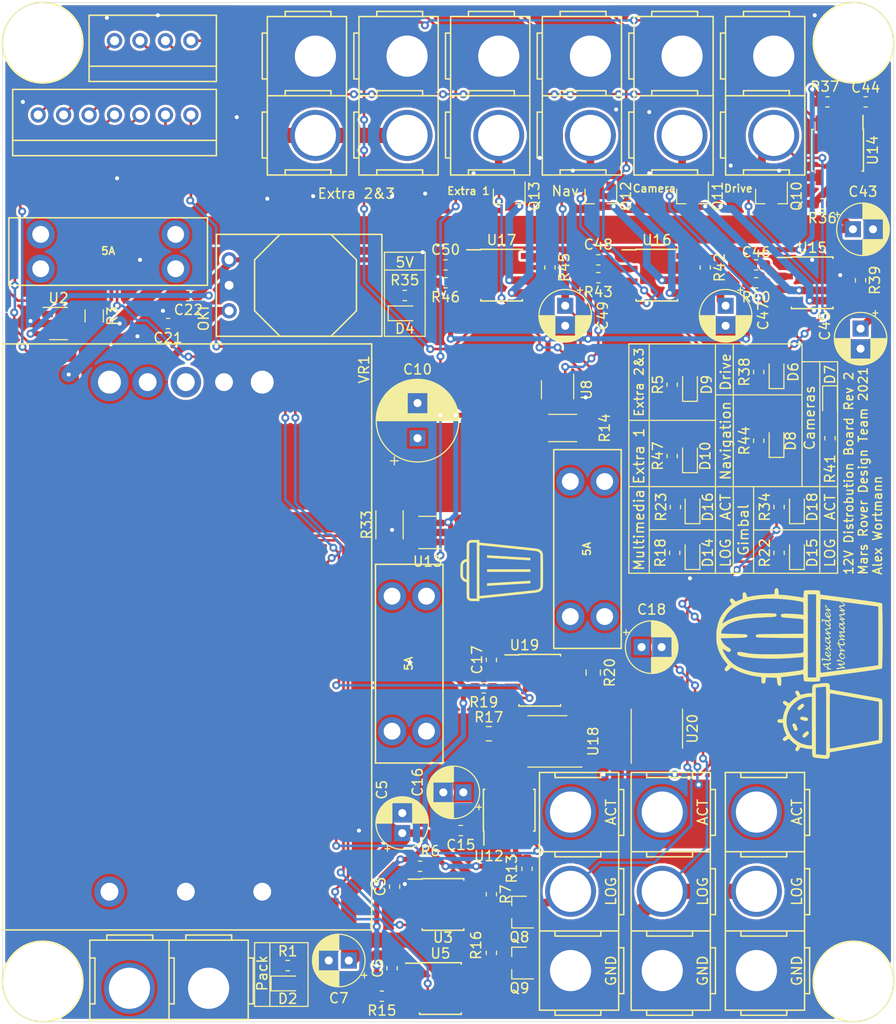
<source format=kicad_pcb>
(kicad_pcb (version 20171130) (host pcbnew "(5.1.6)-1")
  (layers (0 F.Cu signal) (31 B.Cu signal) (34 B.Paste user) (35 F.Paste user) (36 B.SilkS user) (37 F.SilkS user) (38 B.Mask user) (39 F.Mask user) (44 Edge.Cuts user))
  (net 0 "")
  (net 1 "/High Current Outputs/PackVoltage")
  (net 2 "Net-(C3-Pad1)")
  (net 3 "Net-(C6-Pad1)")
  (net 4 "/High Current Outputs/GimbalSense")
  (net 5 "/Low Current Outputs/CurrentSense")
  (net 6 "/Low Current Outputs/DriveCTL")
  (net 7 "/Tiva In/Outputs/NavBoardCTL")
  (net 8 "/High Current Outputs/Gimbal/12V5AGimbal")
  (net 9 "Net-(D8-Pad2)")
  (net 10 "Net-(D9-Pad2)")
  (net 11 "Net-(D10-Pad2)")
  (net 12 "Net-(F1-Pad2)")
  (net 13 "Net-(F3-Pad2)")
  (net 14 "Net-(R20-Pad2)")
  (net 15 "Net-(D2-Pad2)")
  (net 16 "Net-(D14-Pad2)")
  (net 17 "Net-(D16-Pad2)")
  (net 18 "Net-(D18-Pad2)")
  (net 19 +5V)
  (net 20 "Net-(C44-Pad1)")
  (net 21 "Net-(C46-Pad1)")
  (net 22 "Net-(C48-Pad1)")
  (net 23 "Net-(C50-Pad1)")
  (net 24 "/High Current Outputs/GimbalCTL_Log")
  (net 25 "/High Current Outputs/Gimbal/12VLogicGimbal")
  (net 26 "/High Current Outputs/Multimedia/Extra/12VLogicMultiMedia")
  (net 27 "Net-(D4-Pad2)")
  (net 28 "Net-(D6-Pad2)")
  (net 29 "Net-(D7-Pad2)")
  (net 30 "Net-(Q8-Pad3)")
  (net 31 "Net-(Q8-Pad1)")
  (net 32 "Net-(Q9-Pad3)")
  (net 33 "Net-(Q9-Pad1)")
  (net 34 "Net-(Q10-Pad3)")
  (net 35 "Net-(Q10-Pad1)")
  (net 36 "Net-(Q11-Pad3)")
  (net 37 "Net-(Q11-Pad1)")
  (net 38 "Net-(Q12-Pad3)")
  (net 39 "Net-(Q12-Pad1)")
  (net 40 "Net-(Q13-Pad3)")
  (net 41 "Net-(Q13-Pad1)")
  (net 42 "Net-(R6-Pad1)")
  (net 43 "Net-(R15-Pad1)")
  (net 44 "Net-(R37-Pad1)")
  (net 45 "Net-(R40-Pad1)")
  (net 46 "Net-(R43-Pad1)")
  (net 47 "Net-(R46-Pad1)")
  (net 48 "/High Current Outputs/GimbalCTL_Act")
  (net 49 "/Low Current Outputs/CameraCTL")
  (net 50 "/Low Current Outputs/ExtraCTL")
  (net 51 "Net-(Conn5-Pad2)")
  (net 52 "Net-(Conn6-Pad2)")
  (net 53 "Net-(Conn7-Pad2)")
  (net 54 "Net-(Conn15-Pad2)")
  (net 55 "/High Current Outputs/MultiMediaCTL_Log")
  (net 56 GND)
  (net 57 "/High Current Outputs/12VLogic")
  (net 58 "Net-(C15-Pad1)")
  (net 59 "/High Current Outputs/Gimbal/12V5AON")
  (net 60 "Net-(C17-Pad1)")
  (net 61 "/High Current Outputs/Multimedia/Extra/12V5AON")
  (net 62 "/High Current Outputs/MultimediaCTL_Act")
  (net 63 "/High Current Outputs/MultimediaSense")
  (net 64 "Net-(R13-Pad1)")
  (net 65 "Net-(R17-Pad2)")
  (net 66 "Net-(R19-Pad1)")
  (net 67 "Net-(U12-Pad5)")
  (net 68 "Net-(U19-Pad5)")
  (net 69 "/High Current Outputs/12VActuation")
  (net 70 "Net-(D15-Pad2)")
  (net 71 "Net-(VR1-Pad6)")
  (net 72 "/High Current Outputs/Multimedia/Extra/12V5AMultiMedia")
  (net 73 "Net-(F2-Pad1)")
  (module "Silk Screens:trashcan" (layer F.Cu) (at 128.27 96.012 90)
    (fp_text reference G*** hide)
    (fp_text value LOGO hide)
  )
  (module "Silk Screens:PricklySig" (layer F.Cu) (at 156.972 102.616 90)
    (fp_text reference G*** hide)
    (fp_text value LOGO hide)
  )
  (module "Silk Screens:SmolCactus" (layer F.Cu) (at 160.274 110.998 90)
    (fp_text reference G*** hide)
    (fp_text value LOGO hide)
  )
  (module MRDT_Actives:Q36SR12020NRFA (layer F.Cu) (at 88.138 128.016 90)
    (fp_text reference VR1 (at 52.07 25.4 90) (layer F.SilkS))
    (fp_text value Q36SR12020NRFA)
    (pad 5 thru_hole circle (at 50.8 11.43 90) (size 3.048 3.048) (drill 1.778) (layers *.Cu *.Mask) (net 56 GND))
    (pad 6 thru_hole circle (at 50.8 7.62 90) (size 3.048 3.048) (drill 1.778) (layers *.Cu *.Mask) (net 71 "Net-(VR1-Pad6)"))
    (pad 7 thru_hole circle (at 50.8 3.81 90) (size 3.048 3.048) (drill 1.778) (layers *.Cu *.Mask) (net 69 "/High Current Outputs/12VActuation"))
    (pad 8 thru_hole circle (at 50.8 0 90) (size 3.81 3.81) (drill 2.286) (layers *.Cu *.Mask) (net 69 "/High Current Outputs/12VActuation"))
    (pad 4 thru_hole circle (at 50.8 15.24 90) (size 3.81 3.81) (drill 2.286) (layers *.Cu *.Mask) (net 56 GND))
    (pad 1 thru_hole circle (at 0 0 90) (size 3.048 3.048) (drill 1.778) (layers *.Cu *.Mask) (net 1 "/High Current Outputs/PackVoltage"))
    (pad 2 thru_hole circle (at 0 7.62 90) (size 3.048 3.048) (drill 1.778) (layers *.Cu *.Mask) (net 56 GND))
    (pad 3 thru_hole circle (at 0 15.24 90) (size 3.048 3.048) (drill 1.778) (layers *.Cu *.Mask) (net 56 GND))
  )
  (module Package_SO:SOIC-8_3.9x4.9mm_P1.27mm (layer F.Cu) (at 142.748 111.76 90)
    (fp_text reference U20 (at 0 3.556 90) (layer F.SilkS))
    (fp_text value FDS66900AS)
    (pad 8 smd roundrect (at 2.475 -1.905 90) (size 1.95 0.6) (layers F.Cu F.Paste F.Mask) (net 14 "Net-(R20-Pad2)"))
    (pad 7 smd roundrect (at 2.475 -0.635 90) (size 1.95 0.6) (layers F.Cu F.Paste F.Mask) (net 14 "Net-(R20-Pad2)"))
    (pad 6 smd roundrect (at 2.475 0.635 90) (size 1.95 0.6) (layers F.Cu F.Paste F.Mask) (net 14 "Net-(R20-Pad2)"))
    (pad 5 smd roundrect (at 2.475 1.905 90) (size 1.95 0.6) (layers F.Cu F.Paste F.Mask) (net 14 "Net-(R20-Pad2)"))
    (pad 4 smd roundrect (at -2.475 1.905 90) (size 1.95 0.6) (layers F.Cu F.Paste F.Mask) (net 68 "Net-(U19-Pad5)"))
    (pad 3 smd roundrect (at -2.475 0.635 90) (size 1.95 0.6) (layers F.Cu F.Paste F.Mask) (net 72 "/High Current Outputs/Multimedia/Extra/12V5AMultiMedia"))
    (pad 2 smd roundrect (at -2.475 -0.635 90) (size 1.95 0.6) (layers F.Cu F.Paste F.Mask) (net 72 "/High Current Outputs/Multimedia/Extra/12V5AMultiMedia"))
    (pad 1 smd roundrect (at -2.475 -1.905 90) (size 1.95 0.6) (layers F.Cu F.Paste F.Mask) (net 72 "/High Current Outputs/Multimedia/Extra/12V5AMultiMedia"))
  )
  (module Package_SO:SOIC-8-N7_3.9x4.9mm_P1.27mm (layer F.Cu) (at 131.064 106.934)
    (fp_text reference U19 (at -1.524 -3.5) (layer F.SilkS))
    (fp_text value LT1910)
    (pad 8 smd rect (at 2.7 -1.905) (size 1.55 0.6) (layers F.Cu F.Paste F.Mask) (net 61 "/High Current Outputs/Multimedia/Extra/12V5AON"))
    (pad 6 smd rect (at 2.7 0.635) (size 1.55 0.6) (layers F.Cu F.Paste F.Mask) (net 14 "Net-(R20-Pad2)"))
    (pad 5 smd rect (at 2.7 1.905) (size 1.55 0.6) (layers F.Cu F.Paste F.Mask) (net 68 "Net-(U19-Pad5)"))
    (pad 4 smd rect (at -2.7 1.905) (size 1.55 0.6) (layers F.Cu F.Paste F.Mask) (net 62 "/High Current Outputs/MultimediaCTL_Act"))
    (pad 3 smd rect (at -2.7 0.635) (size 1.55 0.6) (layers F.Cu F.Paste F.Mask) (net 66 "Net-(R19-Pad1)"))
    (pad 2 smd rect (at -2.7 -0.635) (size 1.55 0.6) (layers F.Cu F.Paste F.Mask) (net 60 "Net-(C17-Pad1)"))
    (pad 1 smd rect (at -2.7 -1.905) (size 1.55 0.6) (layers F.Cu F.Paste F.Mask) (net 56 GND))
  )
  (module Package_SO:SOIC-8_3.9x4.9mm_P1.27mm (layer F.Cu) (at 131.826 113.03 180)
    (fp_text reference U18 (at -4.572 0 90) (layer F.SilkS))
    (fp_text value FDS66900AS)
    (pad 8 smd roundrect (at 2.475 -1.905 180) (size 1.95 0.6) (layers F.Cu F.Paste F.Mask) (net 65 "Net-(R17-Pad2)"))
    (pad 7 smd roundrect (at 2.475 -0.635 180) (size 1.95 0.6) (layers F.Cu F.Paste F.Mask) (net 65 "Net-(R17-Pad2)"))
    (pad 6 smd roundrect (at 2.475 0.635 180) (size 1.95 0.6) (layers F.Cu F.Paste F.Mask) (net 65 "Net-(R17-Pad2)"))
    (pad 5 smd roundrect (at 2.475 1.905 180) (size 1.95 0.6) (layers F.Cu F.Paste F.Mask) (net 65 "Net-(R17-Pad2)"))
    (pad 4 smd roundrect (at -2.475 1.905 180) (size 1.95 0.6) (layers F.Cu F.Paste F.Mask) (net 67 "Net-(U12-Pad5)"))
    (pad 3 smd roundrect (at -2.475 0.635 180) (size 1.95 0.6) (layers F.Cu F.Paste F.Mask) (net 8 "/High Current Outputs/Gimbal/12V5AGimbal"))
    (pad 2 smd roundrect (at -2.475 -0.635 180) (size 1.95 0.6) (layers F.Cu F.Paste F.Mask) (net 8 "/High Current Outputs/Gimbal/12V5AGimbal"))
    (pad 1 smd roundrect (at -2.475 -1.905 180) (size 1.95 0.6) (layers F.Cu F.Paste F.Mask) (net 8 "/High Current Outputs/Gimbal/12V5AGimbal"))
  )
  (module Package_SO:SOIC-8-N7_3.9x4.9mm_P1.27mm (layer F.Cu) (at 127.254 66.548)
    (fp_text reference U17 (at 0 -3.5) (layer F.SilkS))
    (fp_text value LT1910)
    (pad 8 smd rect (at 2.7 -1.905) (size 1.55 0.6) (layers F.Cu F.Paste F.Mask) (net 57 "/High Current Outputs/12VLogic"))
    (pad 6 smd rect (at 2.7 0.635) (size 1.55 0.6) (layers F.Cu F.Paste F.Mask) (net 40 "Net-(Q13-Pad3)"))
    (pad 5 smd rect (at 2.7 1.905) (size 1.55 0.6) (layers F.Cu F.Paste F.Mask) (net 41 "Net-(Q13-Pad1)"))
    (pad 4 smd rect (at -2.7 1.905) (size 1.55 0.6) (layers F.Cu F.Paste F.Mask) (net 50 "/Low Current Outputs/ExtraCTL"))
    (pad 3 smd rect (at -2.7 0.635) (size 1.55 0.6) (layers F.Cu F.Paste F.Mask) (net 47 "Net-(R46-Pad1)"))
    (pad 2 smd rect (at -2.7 -0.635) (size 1.55 0.6) (layers F.Cu F.Paste F.Mask) (net 23 "Net-(C50-Pad1)"))
    (pad 1 smd rect (at -2.7 -1.905) (size 1.55 0.6) (layers F.Cu F.Paste F.Mask) (net 56 GND))
  )
  (module Package_SO:SOIC-8-N7_3.9x4.9mm_P1.27mm (layer F.Cu) (at 142.748 66.548)
    (fp_text reference U16 (at 0 -3.5) (layer F.SilkS))
    (fp_text value LT1910)
    (pad 8 smd rect (at 2.7 -1.905) (size 1.55 0.6) (layers F.Cu F.Paste F.Mask) (net 57 "/High Current Outputs/12VLogic"))
    (pad 6 smd rect (at 2.7 0.635) (size 1.55 0.6) (layers F.Cu F.Paste F.Mask) (net 38 "Net-(Q12-Pad3)"))
    (pad 5 smd rect (at 2.7 1.905) (size 1.55 0.6) (layers F.Cu F.Paste F.Mask) (net 39 "Net-(Q12-Pad1)"))
    (pad 4 smd rect (at -2.7 1.905) (size 1.55 0.6) (layers F.Cu F.Paste F.Mask) (net 7 "/Tiva In/Outputs/NavBoardCTL"))
    (pad 3 smd rect (at -2.7 0.635) (size 1.55 0.6) (layers F.Cu F.Paste F.Mask) (net 46 "Net-(R43-Pad1)"))
    (pad 2 smd rect (at -2.7 -0.635) (size 1.55 0.6) (layers F.Cu F.Paste F.Mask) (net 22 "Net-(C48-Pad1)"))
    (pad 1 smd rect (at -2.7 -1.905) (size 1.55 0.6) (layers F.Cu F.Paste F.Mask) (net 56 GND))
  )
  (module Package_SO:SOIC-8-N7_3.9x4.9mm_P1.27mm (layer F.Cu) (at 158.242 67.31)
    (fp_text reference U15 (at 0 -3.5) (layer F.SilkS))
    (fp_text value LT1910)
    (pad 8 smd rect (at 2.7 -1.905) (size 1.55 0.6) (layers F.Cu F.Paste F.Mask) (net 57 "/High Current Outputs/12VLogic"))
    (pad 6 smd rect (at 2.7 0.635) (size 1.55 0.6) (layers F.Cu F.Paste F.Mask) (net 36 "Net-(Q11-Pad3)"))
    (pad 5 smd rect (at 2.7 1.905) (size 1.55 0.6) (layers F.Cu F.Paste F.Mask) (net 37 "Net-(Q11-Pad1)"))
    (pad 4 smd rect (at -2.7 1.905) (size 1.55 0.6) (layers F.Cu F.Paste F.Mask) (net 49 "/Low Current Outputs/CameraCTL"))
    (pad 3 smd rect (at -2.7 0.635) (size 1.55 0.6) (layers F.Cu F.Paste F.Mask) (net 45 "Net-(R40-Pad1)"))
    (pad 2 smd rect (at -2.7 -0.635) (size 1.55 0.6) (layers F.Cu F.Paste F.Mask) (net 21 "Net-(C46-Pad1)"))
    (pad 1 smd rect (at -2.7 -1.905) (size 1.55 0.6) (layers F.Cu F.Paste F.Mask) (net 56 GND))
  )
  (module Package_SO:SOIC-8-N7_3.9x4.9mm_P1.27mm (layer F.Cu) (at 160.782 54.102 270)
    (fp_text reference U14 (at 0 -3.5 90) (layer F.SilkS))
    (fp_text value LT1910)
    (pad 8 smd rect (at 2.7 -1.905 270) (size 1.55 0.6) (layers F.Cu F.Paste F.Mask) (net 57 "/High Current Outputs/12VLogic"))
    (pad 6 smd rect (at 2.7 0.635 270) (size 1.55 0.6) (layers F.Cu F.Paste F.Mask) (net 34 "Net-(Q10-Pad3)"))
    (pad 5 smd rect (at 2.7 1.905 270) (size 1.55 0.6) (layers F.Cu F.Paste F.Mask) (net 35 "Net-(Q10-Pad1)"))
    (pad 4 smd rect (at -2.7 1.905 270) (size 1.55 0.6) (layers F.Cu F.Paste F.Mask) (net 6 "/Low Current Outputs/DriveCTL"))
    (pad 3 smd rect (at -2.7 0.635 270) (size 1.55 0.6) (layers F.Cu F.Paste F.Mask) (net 44 "Net-(R37-Pad1)"))
    (pad 2 smd rect (at -2.7 -0.635 270) (size 1.55 0.6) (layers F.Cu F.Paste F.Mask) (net 20 "Net-(C44-Pad1)"))
    (pad 1 smd rect (at -2.7 -1.905 270) (size 1.55 0.6) (layers F.Cu F.Paste F.Mask) (net 56 GND))
  )
  (module Package_TO_SOT_SMD:SOT-23-5 (layer F.Cu) (at 119.888 92.202 180)
    (fp_text reference U13 (at 0 -2.9) (layer F.SilkS))
    (fp_text value INA198)
    (pad 5 smd rect (at 1.1 -0.95 180) (size 1.06 0.65) (layers F.Cu F.Paste F.Mask) (net 13 "Net-(F3-Pad2)"))
    (pad 4 smd rect (at 1.1 0.95 180) (size 1.06 0.65) (layers F.Cu F.Paste F.Mask) (net 69 "/High Current Outputs/12VActuation"))
    (pad 3 smd rect (at -1.1 0.95 180) (size 1.06 0.65) (layers F.Cu F.Paste F.Mask) (net 19 +5V))
    (pad 2 smd rect (at -1.1 0 180) (size 1.06 0.65) (layers F.Cu F.Paste F.Mask) (net 56 GND))
    (pad 1 smd rect (at -1.1 -0.95 180) (size 1.06 0.65) (layers F.Cu F.Paste F.Mask) (net 4 "/High Current Outputs/GimbalSense"))
  )
  (module Package_SO:SOIC-8-N7_3.9x4.9mm_P1.27mm (layer F.Cu) (at 128.016 119.888 90)
    (fp_text reference U12 (at -4.572 -2.032 180) (layer F.SilkS))
    (fp_text value LT1910)
    (pad 8 smd rect (at 2.7 -1.905 90) (size 1.55 0.6) (layers F.Cu F.Paste F.Mask) (net 59 "/High Current Outputs/Gimbal/12V5AON"))
    (pad 6 smd rect (at 2.7 0.635 90) (size 1.55 0.6) (layers F.Cu F.Paste F.Mask) (net 65 "Net-(R17-Pad2)"))
    (pad 5 smd rect (at 2.7 1.905 90) (size 1.55 0.6) (layers F.Cu F.Paste F.Mask) (net 67 "Net-(U12-Pad5)"))
    (pad 4 smd rect (at -2.7 1.905 90) (size 1.55 0.6) (layers F.Cu F.Paste F.Mask) (net 48 "/High Current Outputs/GimbalCTL_Act"))
    (pad 3 smd rect (at -2.7 0.635 90) (size 1.55 0.6) (layers F.Cu F.Paste F.Mask) (net 64 "Net-(R13-Pad1)"))
    (pad 2 smd rect (at -2.7 -0.635 90) (size 1.55 0.6) (layers F.Cu F.Paste F.Mask) (net 58 "Net-(C15-Pad1)"))
    (pad 1 smd rect (at -2.7 -1.905 90) (size 1.55 0.6) (layers F.Cu F.Paste F.Mask) (net 56 GND))
  )
  (module MRDT_Devices:OKI_Horizontal (layer F.Cu) (at 100.076 70.104 90)
    (fp_text reference U9 hide)
    (fp_text value OKI (at -0.762 -2.54 90) (layer F.SilkS))
    (pad 3 thru_hole circle (at 5.08 0 90) (size 1.524 1.524) (drill 0.889) (layers *.Cu *.Mask) (net 19 +5V))
    (pad 2 thru_hole circle (at 2.54 0 90) (size 1.524 1.524) (drill 0.889) (layers *.Cu *.Mask) (net 56 GND))
    (pad 1 thru_hole circle (at 0 0 90) (size 1.524 1.524) (drill 0.889) (layers *.Cu *.Mask) (net 69 "/High Current Outputs/12VActuation"))
  )
  (module Package_TO_SOT_SMD:SOT-23-5 (layer F.Cu) (at 132.842 77.978 270)
    (fp_text reference U8 (at 0 -2.9 90) (layer F.SilkS))
    (fp_text value INA198)
    (pad 5 smd rect (at 1.1 -0.95 270) (size 1.06 0.65) (layers F.Cu F.Paste F.Mask) (net 12 "Net-(F1-Pad2)"))
    (pad 4 smd rect (at 1.1 0.95 270) (size 1.06 0.65) (layers F.Cu F.Paste F.Mask) (net 69 "/High Current Outputs/12VActuation"))
    (pad 3 smd rect (at -1.1 0.95 270) (size 1.06 0.65) (layers F.Cu F.Paste F.Mask) (net 19 +5V))
    (pad 2 smd rect (at -1.1 0 270) (size 1.06 0.65) (layers F.Cu F.Paste F.Mask) (net 56 GND))
    (pad 1 smd rect (at -1.1 -0.95 270) (size 1.06 0.65) (layers F.Cu F.Paste F.Mask) (net 63 "/High Current Outputs/MultimediaSense"))
  )
  (module Package_SO:SOIC-8-N7_3.9x4.9mm_P1.27mm (layer F.Cu) (at 121.158 137.668)
    (fp_text reference U5 (at 0 -3.5) (layer F.SilkS))
    (fp_text value LT1910)
    (pad 8 smd rect (at 2.7 -1.905) (size 1.55 0.6) (layers F.Cu F.Paste F.Mask) (net 57 "/High Current Outputs/12VLogic"))
    (pad 6 smd rect (at 2.7 0.635) (size 1.55 0.6) (layers F.Cu F.Paste F.Mask) (net 32 "Net-(Q9-Pad3)"))
    (pad 5 smd rect (at 2.7 1.905) (size 1.55 0.6) (layers F.Cu F.Paste F.Mask) (net 33 "Net-(Q9-Pad1)"))
    (pad 4 smd rect (at -2.7 1.905) (size 1.55 0.6) (layers F.Cu F.Paste F.Mask) (net 55 "/High Current Outputs/MultiMediaCTL_Log"))
    (pad 3 smd rect (at -2.7 0.635) (size 1.55 0.6) (layers F.Cu F.Paste F.Mask) (net 43 "Net-(R15-Pad1)"))
    (pad 2 smd rect (at -2.7 -0.635) (size 1.55 0.6) (layers F.Cu F.Paste F.Mask) (net 3 "Net-(C6-Pad1)"))
    (pad 1 smd rect (at -2.7 -1.905) (size 1.55 0.6) (layers F.Cu F.Paste F.Mask) (net 56 GND))
  )
  (module Package_SO:SOIC-8-N7_3.9x4.9mm_P1.27mm (layer F.Cu) (at 121.412 129.286)
    (fp_text reference U3 (at 0 3.302) (layer F.SilkS))
    (fp_text value LT1910)
    (pad 8 smd rect (at 2.7 -1.905) (size 1.55 0.6) (layers F.Cu F.Paste F.Mask) (net 57 "/High Current Outputs/12VLogic"))
    (pad 6 smd rect (at 2.7 0.635) (size 1.55 0.6) (layers F.Cu F.Paste F.Mask) (net 30 "Net-(Q8-Pad3)"))
    (pad 5 smd rect (at 2.7 1.905) (size 1.55 0.6) (layers F.Cu F.Paste F.Mask) (net 31 "Net-(Q8-Pad1)"))
    (pad 4 smd rect (at -2.7 1.905) (size 1.55 0.6) (layers F.Cu F.Paste F.Mask) (net 24 "/High Current Outputs/GimbalCTL_Log"))
    (pad 3 smd rect (at -2.7 0.635) (size 1.55 0.6) (layers F.Cu F.Paste F.Mask) (net 42 "Net-(R6-Pad1)"))
    (pad 2 smd rect (at -2.7 -0.635) (size 1.55 0.6) (layers F.Cu F.Paste F.Mask) (net 2 "Net-(C3-Pad1)"))
    (pad 1 smd rect (at -2.7 -1.905) (size 1.55 0.6) (layers F.Cu F.Paste F.Mask) (net 56 GND))
  )
  (module Package_TO_SOT_SMD:SOT-23-5 (layer F.Cu) (at 83.058 71.374)
    (fp_text reference U2 (at 0 -2.54) (layer F.SilkS))
    (fp_text value INA198)
    (pad 5 smd rect (at 1.1 -0.95) (size 1.06 0.65) (layers F.Cu F.Paste F.Mask) (net 73 "Net-(F2-Pad1)"))
    (pad 4 smd rect (at 1.1 0.95) (size 1.06 0.65) (layers F.Cu F.Paste F.Mask) (net 69 "/High Current Outputs/12VActuation"))
    (pad 3 smd rect (at -1.1 0.95) (size 1.06 0.65) (layers F.Cu F.Paste F.Mask) (net 19 +5V))
    (pad 2 smd rect (at -1.1 0) (size 1.06 0.65) (layers F.Cu F.Paste F.Mask) (net 56 GND))
    (pad 1 smd rect (at -1.1 -0.95) (size 1.06 0.65) (layers F.Cu F.Paste F.Mask) (net 5 "/Low Current Outputs/CurrentSense"))
  )
  (module Resistor_SMD:R_0603_1608Metric_Pad1.05x0.95mm_HandSolder (layer F.Cu) (at 144.272 84.582 90)
    (fp_text reference R47 (at 0 -1.43 90) (layer F.SilkS))
    (fp_text value 1.2k)
    (pad 2 smd roundrect (at 0.875 0 90) (size 1.05 0.95) (layers F.Cu F.Paste F.Mask) (net 11 "Net-(D10-Pad2)"))
    (pad 1 smd roundrect (at -0.875 0 90) (size 1.05 0.95) (layers F.Cu F.Paste F.Mask) (net 53 "Net-(Conn7-Pad2)"))
  )
  (module Resistor_SMD:R_0603_1608Metric_Pad1.05x0.95mm_HandSolder (layer F.Cu) (at 121.666 67.31 180)
    (fp_text reference R46 (at 0 -1.43) (layer F.SilkS))
    (fp_text value 5.1K)
    (pad 2 smd roundrect (at 0.875 0 180) (size 1.05 0.95) (layers F.Cu F.Paste F.Mask) (net 19 +5V))
    (pad 1 smd roundrect (at -0.875 0 180) (size 1.05 0.95) (layers F.Cu F.Paste F.Mask) (net 47 "Net-(R46-Pad1)"))
  )
  (module Resistor_SMD:R_0603_1608Metric_Pad1.05x0.95mm_HandSolder (layer F.Cu) (at 132.08 65.786 270)
    (fp_text reference R45 (at 0 -1.43 90) (layer F.SilkS))
    (fp_text value 0.01)
    (pad 2 smd roundrect (at 0.875 0 270) (size 1.05 0.95) (layers F.Cu F.Paste F.Mask) (net 40 "Net-(Q13-Pad3)"))
    (pad 1 smd roundrect (at -0.875 0 270) (size 1.05 0.95) (layers F.Cu F.Paste F.Mask) (net 57 "/High Current Outputs/12VLogic"))
  )
  (module Resistor_SMD:R_0603_1608Metric_Pad1.05x0.95mm_HandSolder (layer F.Cu) (at 152.908 83.058 90)
    (fp_text reference R44 (at 0 -1.43 90) (layer F.SilkS))
    (fp_text value 1.2k)
    (pad 2 smd roundrect (at 0.875 0 90) (size 1.05 0.95) (layers F.Cu F.Paste F.Mask) (net 9 "Net-(D8-Pad2)"))
    (pad 1 smd roundrect (at -0.875 0 90) (size 1.05 0.95) (layers F.Cu F.Paste F.Mask) (net 52 "Net-(Conn6-Pad2)"))
  )
  (module Resistor_SMD:R_0603_1608Metric_Pad1.05x0.95mm_HandSolder (layer F.Cu) (at 136.906 66.802 180)
    (fp_text reference R43 (at 0 -1.43) (layer F.SilkS))
    (fp_text value 5.1K)
    (pad 2 smd roundrect (at 0.875 0 180) (size 1.05 0.95) (layers F.Cu F.Paste F.Mask) (net 19 +5V))
    (pad 1 smd roundrect (at -0.875 0 180) (size 1.05 0.95) (layers F.Cu F.Paste F.Mask) (net 46 "Net-(R43-Pad1)"))
  )
  (module Resistor_SMD:R_0603_1608Metric_Pad1.05x0.95mm_HandSolder (layer F.Cu) (at 147.574 65.786 270)
    (fp_text reference R42 (at 0 -1.43 90) (layer F.SilkS))
    (fp_text value 0.01)
    (pad 2 smd roundrect (at 0.875 0 270) (size 1.05 0.95) (layers F.Cu F.Paste F.Mask) (net 38 "Net-(Q12-Pad3)"))
    (pad 1 smd roundrect (at -0.875 0 270) (size 1.05 0.95) (layers F.Cu F.Paste F.Mask) (net 57 "/High Current Outputs/12VLogic"))
  )
  (module Resistor_SMD:R_0603_1608Metric_Pad1.05x0.95mm_HandSolder (layer F.Cu) (at 160.02 82.804 90)
    (fp_text reference R41 (at -3.048 0 90) (layer F.SilkS))
    (fp_text value 1.2k)
    (pad 2 smd roundrect (at 0.875 0 90) (size 1.05 0.95) (layers F.Cu F.Paste F.Mask) (net 29 "Net-(D7-Pad2)"))
    (pad 1 smd roundrect (at -0.875 0 90) (size 1.05 0.95) (layers F.Cu F.Paste F.Mask) (net 51 "Net-(Conn5-Pad2)"))
  )
  (module Resistor_SMD:R_0603_1608Metric_Pad1.05x0.95mm_HandSolder (layer F.Cu) (at 152.654 67.31 180)
    (fp_text reference R40 (at 0 -1.43) (layer F.SilkS))
    (fp_text value 5.1K)
    (pad 2 smd roundrect (at 0.875 0 180) (size 1.05 0.95) (layers F.Cu F.Paste F.Mask) (net 19 +5V))
    (pad 1 smd roundrect (at -0.875 0 180) (size 1.05 0.95) (layers F.Cu F.Paste F.Mask) (net 45 "Net-(R40-Pad1)"))
  )
  (module Resistor_SMD:R_0603_1608Metric_Pad1.05x0.95mm_HandSolder (layer F.Cu) (at 163.068 67.056 270)
    (fp_text reference R39 (at 0 -1.43 90) (layer F.SilkS))
    (fp_text value 0.01)
    (pad 2 smd roundrect (at 0.875 0 270) (size 1.05 0.95) (layers F.Cu F.Paste F.Mask) (net 36 "Net-(Q11-Pad3)"))
    (pad 1 smd roundrect (at -0.875 0 270) (size 1.05 0.95) (layers F.Cu F.Paste F.Mask) (net 57 "/High Current Outputs/12VLogic"))
  )
  (module Resistor_SMD:R_0603_1608Metric_Pad1.05x0.95mm_HandSolder (layer F.Cu) (at 152.908 76.2 90)
    (fp_text reference R38 (at 0 -1.43 90) (layer F.SilkS))
    (fp_text value 1.2k)
    (pad 2 smd roundrect (at 0.875 0 90) (size 1.05 0.95) (layers F.Cu F.Paste F.Mask) (net 28 "Net-(D6-Pad2)"))
    (pad 1 smd roundrect (at -0.875 0 90) (size 1.05 0.95) (layers F.Cu F.Paste F.Mask) (net 54 "Net-(Conn15-Pad2)"))
  )
  (module Resistor_SMD:R_0603_1608Metric_Pad1.05x0.95mm_HandSolder (layer F.Cu) (at 159.766 49.276 180)
    (fp_text reference R37 (at 0.254 1.524) (layer F.SilkS))
    (fp_text value 5.1K)
    (pad 2 smd roundrect (at 0.875 0 180) (size 1.05 0.95) (layers F.Cu F.Paste F.Mask) (net 19 +5V))
    (pad 1 smd roundrect (at -0.875 0 180) (size 1.05 0.95) (layers F.Cu F.Paste F.Mask) (net 44 "Net-(R37-Pad1)"))
  )
  (module Resistor_SMD:R_0603_1608Metric_Pad1.05x0.95mm_HandSolder (layer F.Cu) (at 159.258 59.436 180)
    (fp_text reference R36 (at 0 -1.43) (layer F.SilkS))
    (fp_text value 0.01)
    (pad 2 smd roundrect (at 0.875 0 180) (size 1.05 0.95) (layers F.Cu F.Paste F.Mask) (net 34 "Net-(Q10-Pad3)"))
    (pad 1 smd roundrect (at -0.875 0 180) (size 1.05 0.95) (layers F.Cu F.Paste F.Mask) (net 57 "/High Current Outputs/12VLogic"))
  )
  (module Resistor_SMD:R_0603_1608Metric_Pad1.05x0.95mm_HandSolder (layer F.Cu) (at 117.602 68.58 180)
    (fp_text reference R35 (at 0 1.524) (layer F.SilkS))
    (fp_text value 510)
    (pad 2 smd roundrect (at 0.875 0 180) (size 1.05 0.95) (layers F.Cu F.Paste F.Mask) (net 19 +5V))
    (pad 1 smd roundrect (at -0.875 0 180) (size 1.05 0.95) (layers F.Cu F.Paste F.Mask) (net 27 "Net-(D4-Pad2)"))
  )
  (module Resistor_SMD:R_0603_1608Metric_Pad1.05x0.95mm_HandSolder (layer F.Cu) (at 154.94 89.662 90)
    (fp_text reference R34 (at 0 -1.43 90) (layer F.SilkS))
    (fp_text value 1.2k)
    (pad 2 smd roundrect (at 0.875 0 90) (size 1.05 0.95) (layers F.Cu F.Paste F.Mask) (net 18 "Net-(D18-Pad2)"))
    (pad 1 smd roundrect (at -0.875 0 90) (size 1.05 0.95) (layers F.Cu F.Paste F.Mask) (net 8 "/High Current Outputs/Gimbal/12V5AGimbal"))
  )
  (module Resistor_SMD:R_2010_5025Metric_Pad1.52x2.65mm_HandSolder (layer F.Cu) (at 116.078 91.44 90)
    (fp_text reference R33 (at 0 -2.28 90) (layer F.SilkS))
    (fp_text value 20m)
    (pad 2 smd roundrect (at 2.3375 0 90) (size 1.525 2.65) (layers F.Cu F.Paste F.Mask) (roundrect_rratio 0.163934) (net 69 "/High Current Outputs/12VActuation"))
    (pad 1 smd roundrect (at -2.3375 0 90) (size 1.525 2.65) (layers F.Cu F.Paste F.Mask) (roundrect_rratio 0.163934) (net 13 "Net-(F3-Pad2)"))
  )
  (module Resistor_SMD:R_0603_1608Metric_Pad1.05x0.95mm_HandSolder (layer F.Cu) (at 144.596 89.662 90)
    (fp_text reference R23 (at 0 -1.43 90) (layer F.SilkS))
    (fp_text value 1.2k)
    (pad 2 smd roundrect (at 0.875 0 90) (size 1.05 0.95) (layers F.Cu F.Paste F.Mask) (net 17 "Net-(D16-Pad2)"))
    (pad 1 smd roundrect (at -0.875 0 90) (size 1.05 0.95) (layers F.Cu F.Paste F.Mask) (net 26 "/High Current Outputs/Multimedia/Extra/12VLogicMultiMedia"))
  )
  (module Resistor_SMD:R_0603_1608Metric_Pad1.05x0.95mm_HandSolder (layer F.Cu) (at 154.94 94.234 90)
    (fp_text reference R22 (at 0 -1.43 90) (layer F.SilkS))
    (fp_text value 1.2k)
    (pad 2 smd roundrect (at 0.875 0 90) (size 1.05 0.95) (layers F.Cu F.Paste F.Mask) (net 70 "Net-(D15-Pad2)"))
    (pad 1 smd roundrect (at -0.875 0 90) (size 1.05 0.95) (layers F.Cu F.Paste F.Mask) (net 25 "/High Current Outputs/Gimbal/12VLogicGimbal"))
  )
  (module Resistor_SMD:R_0805_2012Metric_Pad1.15x1.40mm_HandSolder (layer F.Cu) (at 136.398 106.172 270)
    (fp_text reference R20 (at 0 -1.65 90) (layer F.SilkS))
    (fp_text value 0.01)
    (pad 2 smd roundrect (at 1.025 0 270) (size 1.15 1.4) (layers F.Cu F.Paste F.Mask) (roundrect_rratio 0.217391) (net 14 "Net-(R20-Pad2)"))
    (pad 1 smd roundrect (at -1.025 0 270) (size 1.15 1.4) (layers F.Cu F.Paste F.Mask) (roundrect_rratio 0.217391) (net 61 "/High Current Outputs/Multimedia/Extra/12V5AON"))
  )
  (module Resistor_SMD:R_0603_1608Metric_Pad1.05x0.95mm_HandSolder (layer F.Cu) (at 125.476 107.696 180)
    (fp_text reference R19 (at 0 -1.43) (layer F.SilkS))
    (fp_text value 5.1K)
    (pad 2 smd roundrect (at 0.875 0 180) (size 1.05 0.95) (layers F.Cu F.Paste F.Mask) (net 19 +5V))
    (pad 1 smd roundrect (at -0.875 0 180) (size 1.05 0.95) (layers F.Cu F.Paste F.Mask) (net 66 "Net-(R19-Pad1)"))
  )
  (module Resistor_SMD:R_0603_1608Metric_Pad1.05x0.95mm_HandSolder (layer F.Cu) (at 144.526 94.234 90)
    (fp_text reference R18 (at 0 -1.43 90) (layer F.SilkS))
    (fp_text value 1.2k)
    (pad 2 smd roundrect (at 0.875 0 90) (size 1.05 0.95) (layers F.Cu F.Paste F.Mask) (net 16 "Net-(D14-Pad2)"))
    (pad 1 smd roundrect (at -0.875 0 90) (size 1.05 0.95) (layers F.Cu F.Paste F.Mask) (net 72 "/High Current Outputs/Multimedia/Extra/12V5AMultiMedia"))
  )
  (module Resistor_SMD:R_0805_2012Metric_Pad1.15x1.40mm_HandSolder (layer F.Cu) (at 125.984 112.268)
    (fp_text reference R17 (at 0 -1.65) (layer F.SilkS))
    (fp_text value 0.01)
    (pad 2 smd roundrect (at 1.025 0) (size 1.15 1.4) (layers F.Cu F.Paste F.Mask) (roundrect_rratio 0.217391) (net 65 "Net-(R17-Pad2)"))
    (pad 1 smd roundrect (at -1.025 0) (size 1.15 1.4) (layers F.Cu F.Paste F.Mask) (roundrect_rratio 0.217391) (net 59 "/High Current Outputs/Gimbal/12V5AON"))
  )
  (module Resistor_SMD:R_0603_1608Metric_Pad1.05x0.95mm_HandSolder (layer F.Cu) (at 126.238 134.112 270)
    (fp_text reference R16 (at -0.762 1.524 90) (layer F.SilkS))
    (fp_text value 0.01)
    (pad 2 smd roundrect (at 0.875 0 270) (size 1.05 0.95) (layers F.Cu F.Paste F.Mask) (net 32 "Net-(Q9-Pad3)"))
    (pad 1 smd roundrect (at -0.875 0 270) (size 1.05 0.95) (layers F.Cu F.Paste F.Mask) (net 57 "/High Current Outputs/12VLogic"))
  )
  (module Resistor_SMD:R_0603_1608Metric_Pad1.05x0.95mm_HandSolder (layer F.Cu) (at 115.316 138.43 180)
    (fp_text reference R15 (at 0 -1.43) (layer F.SilkS))
    (fp_text value 5.1K)
    (pad 2 smd roundrect (at 0.875 0 180) (size 1.05 0.95) (layers F.Cu F.Paste F.Mask) (net 19 +5V))
    (pad 1 smd roundrect (at -0.875 0 180) (size 1.05 0.95) (layers F.Cu F.Paste F.Mask) (net 43 "Net-(R15-Pad1)"))
  )
  (module Resistor_SMD:R_2010_5025Metric_Pad1.52x2.65mm_HandSolder (layer F.Cu) (at 133.35 81.788 180)
    (fp_text reference R14 (at -4.191 0 90) (layer F.SilkS))
    (fp_text value 20m)
    (pad 2 smd roundrect (at 2.3375 0 180) (size 1.525 2.65) (layers F.Cu F.Paste F.Mask) (roundrect_rratio 0.163934) (net 69 "/High Current Outputs/12VActuation"))
    (pad 1 smd roundrect (at -2.3375 0 180) (size 1.525 2.65) (layers F.Cu F.Paste F.Mask) (roundrect_rratio 0.163934) (net 12 "Net-(F1-Pad2)"))
  )
  (module Resistor_SMD:R_0603_1608Metric_Pad1.05x0.95mm_HandSolder (layer F.Cu) (at 129.794 125.73 270)
    (fp_text reference R13 (at 0 1.524 90) (layer F.SilkS))
    (fp_text value 5.1K)
    (pad 2 smd roundrect (at 0.875 0 270) (size 1.05 0.95) (layers F.Cu F.Paste F.Mask) (net 19 +5V))
    (pad 1 smd roundrect (at -0.875 0 270) (size 1.05 0.95) (layers F.Cu F.Paste F.Mask) (net 64 "Net-(R13-Pad1)"))
  )
  (module Resistor_SMD:R_0603_1608Metric_Pad1.05x0.95mm_HandSolder (layer F.Cu) (at 126.238 128.27 270)
    (fp_text reference R7 (at 0 -1.43 90) (layer F.SilkS))
    (fp_text value 0.01)
    (pad 2 smd roundrect (at 0.875 0 270) (size 1.05 0.95) (layers F.Cu F.Paste F.Mask) (net 30 "Net-(Q8-Pad3)"))
    (pad 1 smd roundrect (at -0.875 0 270) (size 1.05 0.95) (layers F.Cu F.Paste F.Mask) (net 57 "/High Current Outputs/12VLogic"))
  )
  (module Resistor_SMD:R_0603_1608Metric_Pad1.05x0.95mm_HandSolder (layer F.Cu) (at 119.126 125.476 180)
    (fp_text reference R6 (at -1.016 1.524) (layer F.SilkS))
    (fp_text value 5.1K)
    (pad 2 smd roundrect (at 0.875 0 180) (size 1.05 0.95) (layers F.Cu F.Paste F.Mask) (net 19 +5V))
    (pad 1 smd roundrect (at -0.875 0 180) (size 1.05 0.95) (layers F.Cu F.Paste F.Mask) (net 42 "Net-(R6-Pad1)"))
  )
  (module Resistor_SMD:R_0603_1608Metric_Pad1.05x0.95mm_HandSolder (layer F.Cu) (at 144.272 77.47 90)
    (fp_text reference R5 (at 0 -1.43 90) (layer F.SilkS))
    (fp_text value 1.2k)
    (pad 2 smd roundrect (at 0.875 0 90) (size 1.05 0.95) (layers F.Cu F.Paste F.Mask) (net 10 "Net-(D9-Pad2)"))
    (pad 1 smd roundrect (at -0.875 0 90) (size 1.05 0.95) (layers F.Cu F.Paste F.Mask) (net 57 "/High Current Outputs/12VLogic"))
  )
  (module Resistor_SMD:R_1206_3216Metric_Pad1.42x1.75mm_HandSolder (layer F.Cu) (at 86.614 70.612 270)
    (fp_text reference R3 (at 0 -1.82 90) (layer F.SilkS))
    (fp_text value 20m)
    (pad 2 smd roundrect (at 1.4875 0 270) (size 1.425 1.75) (layers F.Cu F.Paste F.Mask) (roundrect_rratio 0.175439) (net 69 "/High Current Outputs/12VActuation"))
    (pad 1 smd roundrect (at -1.4875 0 270) (size 1.425 1.75) (layers F.Cu F.Paste F.Mask) (roundrect_rratio 0.175439) (net 73 "Net-(F2-Pad1)"))
  )
  (module Resistor_SMD:R_0603_1608Metric_Pad1.05x0.95mm_HandSolder (layer F.Cu) (at 105.918 135.382)
    (fp_text reference R1 (at 0 -1.43) (layer F.SilkS))
    (fp_text value 3.3k)
    (pad 2 smd roundrect (at 0.875 0) (size 1.05 0.95) (layers F.Cu F.Paste F.Mask) (net 15 "Net-(D2-Pad2)"))
    (pad 1 smd roundrect (at -0.875 0) (size 1.05 0.95) (layers F.Cu F.Paste F.Mask) (net 1 "/High Current Outputs/PackVoltage"))
  )
  (module Package_TO_SOT_SMD:SOT-23 (layer F.Cu) (at 128.016 58.674 270)
    (fp_text reference Q13 (at 0 -2.5 90) (layer F.SilkS))
    (fp_text value IRLML2060)
    (pad 3 smd rect (at 1 0 270) (size 0.9 0.8) (layers F.Cu F.Paste F.Mask) (net 40 "Net-(Q13-Pad3)"))
    (pad 2 smd rect (at -1 0.95 270) (size 0.9 0.8) (layers F.Cu F.Paste F.Mask) (net 53 "Net-(Conn7-Pad2)"))
    (pad 1 smd rect (at -1 -0.95 270) (size 0.9 0.8) (layers F.Cu F.Paste F.Mask) (net 41 "Net-(Q13-Pad1)"))
  )
  (module Package_TO_SOT_SMD:SOT-23 (layer F.Cu) (at 137.16 58.674 270)
    (fp_text reference Q12 (at 0 -2.5 90) (layer F.SilkS))
    (fp_text value IRLML2060)
    (pad 3 smd rect (at 1 0 270) (size 0.9 0.8) (layers F.Cu F.Paste F.Mask) (net 38 "Net-(Q12-Pad3)"))
    (pad 2 smd rect (at -1 0.95 270) (size 0.9 0.8) (layers F.Cu F.Paste F.Mask) (net 52 "Net-(Conn6-Pad2)"))
    (pad 1 smd rect (at -1 -0.95 270) (size 0.9 0.8) (layers F.Cu F.Paste F.Mask) (net 39 "Net-(Q12-Pad1)"))
  )
  (module Package_TO_SOT_SMD:SOT-23 (layer F.Cu) (at 146.304 58.674 270)
    (fp_text reference Q11 (at 0 -2.5 90) (layer F.SilkS))
    (fp_text value IRLML2060)
    (pad 3 smd rect (at 1 0 270) (size 0.9 0.8) (layers F.Cu F.Paste F.Mask) (net 36 "Net-(Q11-Pad3)"))
    (pad 2 smd rect (at -1 0.95 270) (size 0.9 0.8) (layers F.Cu F.Paste F.Mask) (net 51 "Net-(Conn5-Pad2)"))
    (pad 1 smd rect (at -1 -0.95 270) (size 0.9 0.8) (layers F.Cu F.Paste F.Mask) (net 37 "Net-(Q11-Pad1)"))
  )
  (module Package_TO_SOT_SMD:SOT-23 (layer F.Cu) (at 154.178 58.674 270)
    (fp_text reference Q10 (at 0 -2.5 90) (layer F.SilkS))
    (fp_text value IRLML2060)
    (pad 3 smd rect (at 1 0 270) (size 0.9 0.8) (layers F.Cu F.Paste F.Mask) (net 34 "Net-(Q10-Pad3)"))
    (pad 2 smd rect (at -1 0.95 270) (size 0.9 0.8) (layers F.Cu F.Paste F.Mask) (net 54 "Net-(Conn15-Pad2)"))
    (pad 1 smd rect (at -1 -0.95 270) (size 0.9 0.8) (layers F.Cu F.Paste F.Mask) (net 35 "Net-(Q10-Pad1)"))
  )
  (module Package_TO_SOT_SMD:SOT-23 (layer F.Cu) (at 129.032 135.128 180)
    (fp_text reference Q9 (at 0 -2.5) (layer F.SilkS))
    (fp_text value IRLML2060)
    (pad 3 smd rect (at 1 0 180) (size 0.9 0.8) (layers F.Cu F.Paste F.Mask) (net 32 "Net-(Q9-Pad3)"))
    (pad 2 smd rect (at -1 0.95 180) (size 0.9 0.8) (layers F.Cu F.Paste F.Mask) (net 26 "/High Current Outputs/Multimedia/Extra/12VLogicMultiMedia"))
    (pad 1 smd rect (at -1 -0.95 180) (size 0.9 0.8) (layers F.Cu F.Paste F.Mask) (net 33 "Net-(Q9-Pad1)"))
  )
  (module Package_TO_SOT_SMD:SOT-23 (layer F.Cu) (at 129.032 130.048 180)
    (fp_text reference Q8 (at 0 -2.5) (layer F.SilkS))
    (fp_text value IRLML2060)
    (pad 3 smd rect (at 1 0 180) (size 0.9 0.8) (layers F.Cu F.Paste F.Mask) (net 30 "Net-(Q8-Pad3)"))
    (pad 2 smd rect (at -1 0.95 180) (size 0.9 0.8) (layers F.Cu F.Paste F.Mask) (net 25 "/High Current Outputs/Gimbal/12VLogicGimbal"))
    (pad 1 smd rect (at -1 -0.95 180) (size 0.9 0.8) (layers F.Cu F.Paste F.Mask) (net 31 "Net-(Q8-Pad1)"))
  )
  (module MRDT_Passives:ATC_Fuse_Block (layer F.Cu) (at 116.332 112.014 90)
    (fp_text reference F3 hide)
    (fp_text value 5A (at 6.731 1.651 90) (layer F.SilkS) (effects (font (size 0.762 0.762))))
    (pad 1 thru_hole circle (at 0 3.429 90) (size 2.8194 2.8194) (drill 1.6764) (layers *.Cu *.Mask) (net 59 "/High Current Outputs/Gimbal/12V5AON"))
    (pad 1 thru_hole circle (at 0 0 90) (size 2.8194 2.8194) (drill 1.6764) (layers *.Cu *.Mask) (net 59 "/High Current Outputs/Gimbal/12V5AON"))
    (pad 2 thru_hole circle (at 13.462 0 90) (size 2.8194 2.8194) (drill 1.6764) (layers *.Cu *.Mask) (net 13 "Net-(F3-Pad2)"))
    (pad 2 thru_hole circle (at 13.462 3.429 90) (size 2.8194 2.8194) (drill 1.6764) (layers *.Cu *.Mask) (net 13 "Net-(F3-Pad2)"))
  )
  (module MRDT_Passives:ATC_Fuse_Block (layer F.Cu) (at 81.28 62.484)
    (fp_text reference F2 hide)
    (fp_text value 5A (at 6.731 1.651) (layer F.SilkS) (effects (font (size 0.762 0.762))))
    (pad 1 thru_hole circle (at 0 3.429) (size 2.8194 2.8194) (drill 1.6764) (layers *.Cu *.Mask) (net 73 "Net-(F2-Pad1)"))
    (pad 1 thru_hole circle (at 0 0) (size 2.8194 2.8194) (drill 1.6764) (layers *.Cu *.Mask) (net 73 "Net-(F2-Pad1)"))
    (pad 2 thru_hole circle (at 13.462 0) (size 2.8194 2.8194) (drill 1.6764) (layers *.Cu *.Mask) (net 57 "/High Current Outputs/12VLogic"))
    (pad 2 thru_hole circle (at 13.462 3.429) (size 2.8194 2.8194) (drill 1.6764) (layers *.Cu *.Mask) (net 57 "/High Current Outputs/12VLogic"))
  )
  (module MRDT_Passives:ATC_Fuse_Block (layer F.Cu) (at 134.112 100.584 90)
    (fp_text reference F1 hide)
    (fp_text value 5A (at 6.731 1.651 90) (layer F.SilkS) (effects (font (size 0.762 0.762))))
    (pad 1 thru_hole circle (at 0 3.429 90) (size 2.8194 2.8194) (drill 1.6764) (layers *.Cu *.Mask) (net 61 "/High Current Outputs/Multimedia/Extra/12V5AON"))
    (pad 1 thru_hole circle (at 0 0 90) (size 2.8194 2.8194) (drill 1.6764) (layers *.Cu *.Mask) (net 61 "/High Current Outputs/Multimedia/Extra/12V5AON"))
    (pad 2 thru_hole circle (at 13.462 0 90) (size 2.8194 2.8194) (drill 1.6764) (layers *.Cu *.Mask) (net 12 "Net-(F1-Pad2)"))
    (pad 2 thru_hole circle (at 13.462 3.429 90) (size 2.8194 2.8194) (drill 1.6764) (layers *.Cu *.Mask) (net 12 "Net-(F1-Pad2)"))
  )
  (module Diode_SMD:D_0603_1608Metric_Pad1.05x0.95mm_HandSolder (layer F.Cu) (at 156.718 89.662 90)
    (fp_text reference D18 (at 0 1.524 90) (layer F.SilkS))
    (fp_text value LED)
    (pad 2 smd roundrect (at 0.875 0 90) (size 1.05 0.95) (layers F.Cu F.Paste F.Mask) (net 18 "Net-(D18-Pad2)"))
    (pad 1 smd roundrect (at -0.875 0 90) (size 1.05 0.95) (layers F.Cu F.Paste F.Mask) (net 56 GND))
  )
  (module Diode_SMD:D_0603_1608Metric_Pad1.05x0.95mm_HandSolder (layer F.Cu) (at 146.304 89.662 90)
    (fp_text reference D16 (at 0 1.524 90) (layer F.SilkS))
    (fp_text value LED)
    (pad 2 smd roundrect (at 0.875 0 90) (size 1.05 0.95) (layers F.Cu F.Paste F.Mask) (net 17 "Net-(D16-Pad2)"))
    (pad 1 smd roundrect (at -0.875 0 90) (size 1.05 0.95) (layers F.Cu F.Paste F.Mask) (net 56 GND))
  )
  (module Diode_SMD:D_0603_1608Metric_Pad1.05x0.95mm_HandSolder (layer F.Cu) (at 156.718 94.234 90)
    (fp_text reference D15 (at 0 1.524 90) (layer F.SilkS))
    (fp_text value LED)
    (pad 2 smd roundrect (at 0.875 0 90) (size 1.05 0.95) (layers F.Cu F.Paste F.Mask) (net 70 "Net-(D15-Pad2)"))
    (pad 1 smd roundrect (at -0.875 0 90) (size 1.05 0.95) (layers F.Cu F.Paste F.Mask) (net 56 GND))
  )
  (module Diode_SMD:D_0603_1608Metric_Pad1.05x0.95mm_HandSolder (layer F.Cu) (at 146.304 94.234 90)
    (fp_text reference D14 (at 0 1.524 90) (layer F.SilkS))
    (fp_text value LED)
    (pad 2 smd roundrect (at 0.875 0 90) (size 1.05 0.95) (layers F.Cu F.Paste F.Mask) (net 16 "Net-(D14-Pad2)"))
    (pad 1 smd roundrect (at -0.875 0 90) (size 1.05 0.95) (layers F.Cu F.Paste F.Mask) (net 56 GND))
  )
  (module Diode_SMD:D_0603_1608Metric_Pad1.05x0.95mm_HandSolder (layer F.Cu) (at 146.05 84.582 90)
    (fp_text reference D10 (at 0 1.524 90) (layer F.SilkS))
    (fp_text value LED)
    (pad 2 smd roundrect (at 0.875 0 90) (size 1.05 0.95) (layers F.Cu F.Paste F.Mask) (net 11 "Net-(D10-Pad2)"))
    (pad 1 smd roundrect (at -0.875 0 90) (size 1.05 0.95) (layers F.Cu F.Paste F.Mask) (net 56 GND))
  )
  (module Diode_SMD:D_0603_1608Metric_Pad1.05x0.95mm_HandSolder (layer F.Cu) (at 146.05 77.47 90)
    (fp_text reference D9 (at 0 1.66 90) (layer F.SilkS))
    (fp_text value LED)
    (pad 2 smd roundrect (at 0.875 0 90) (size 1.05 0.95) (layers F.Cu F.Paste F.Mask) (net 10 "Net-(D9-Pad2)"))
    (pad 1 smd roundrect (at -0.875 0 90) (size 1.05 0.95) (layers F.Cu F.Paste F.Mask) (net 56 GND))
  )
  (module Diode_SMD:D_0603_1608Metric_Pad1.05x0.95mm_HandSolder (layer F.Cu) (at 154.686 83.058 90)
    (fp_text reference D8 (at -0.031 1.406 90) (layer F.SilkS))
    (fp_text value LED)
    (pad 2 smd roundrect (at 0.875 0 90) (size 1.05 0.95) (layers F.Cu F.Paste F.Mask) (net 9 "Net-(D8-Pad2)"))
    (pad 1 smd roundrect (at -0.875 0 90) (size 1.05 0.95) (layers F.Cu F.Paste F.Mask) (net 56 GND))
  )
  (module Diode_SMD:D_0603_1608Metric_Pad1.05x0.95mm_HandSolder (layer F.Cu) (at 160.02 79.248 270)
    (fp_text reference D7 (at -2.794 0 90) (layer F.SilkS))
    (fp_text value LED)
    (pad 2 smd roundrect (at 0.875 0 270) (size 1.05 0.95) (layers F.Cu F.Paste F.Mask) (net 29 "Net-(D7-Pad2)"))
    (pad 1 smd roundrect (at -0.875 0 270) (size 1.05 0.95) (layers F.Cu F.Paste F.Mask) (net 56 GND))
  )
  (module Diode_SMD:D_0603_1608Metric_Pad1.05x0.95mm_HandSolder (layer F.Cu) (at 154.686 76.2 90)
    (fp_text reference D6 (at 0 1.67 90) (layer F.SilkS))
    (fp_text value LED)
    (pad 2 smd roundrect (at 0.875 0 90) (size 1.05 0.95) (layers F.Cu F.Paste F.Mask) (net 28 "Net-(D6-Pad2)"))
    (pad 1 smd roundrect (at -0.875 0 90) (size 1.05 0.95) (layers F.Cu F.Paste F.Mask) (net 56 GND))
  )
  (module Diode_SMD:D_0603_1608Metric_Pad1.05x0.95mm_HandSolder (layer F.Cu) (at 117.602 70.358)
    (fp_text reference D4 (at 0 1.524) (layer F.SilkS))
    (fp_text value LED)
    (pad 2 smd roundrect (at 0.875 0) (size 1.05 0.95) (layers F.Cu F.Paste F.Mask) (net 27 "Net-(D4-Pad2)"))
    (pad 1 smd roundrect (at -0.875 0) (size 1.05 0.95) (layers F.Cu F.Paste F.Mask) (net 56 GND))
  )
  (module Diode_SMD:D_0603_1608Metric_Pad1.05x0.95mm_HandSolder (layer F.Cu) (at 105.918 137.16)
    (fp_text reference D2 (at 0 1.524) (layer F.SilkS))
    (fp_text value LED)
    (pad 2 smd roundrect (at 0.875 0) (size 1.05 0.95) (layers F.Cu F.Paste F.Mask) (net 15 "Net-(D2-Pad2)"))
    (pad 1 smd roundrect (at -0.875 0) (size 1.05 0.95) (layers F.Cu F.Paste F.Mask) (net 56 GND))
  )
  (module MRDT_Connectors:Anderson_2_Vertical_Sidy_by_Side (layer F.Cu) (at 154.432 44.704 270)
    (fp_text reference Drive (at 13.208 3.556 180) (layer F.SilkS) (effects (font (size 0.762 0.762))))
    (fp_text value Drive hide)
    (pad 2 thru_hole circle (at 7.913 0.026 180) (size 5.08 5.08) (drill 4.104006) (layers *.Cu *.Mask) (net 54 "Net-(Conn15-Pad2)"))
    (pad 1 thru_hole circle (at 0.013 0.026 180) (size 5.08 5.08) (drill 4.104006) (layers *.Cu *.Mask) (net 56 GND))
  )
  (module MRDT_Connectors:Anderson_3_Vertical_Side_by_Side (layer F.Cu) (at 152.654 135.89 90)
    (fp_text reference Conn12)
    (fp_text value Extra hide)
    (fp_text user ACT (at 15.812 4.064 90) (layer F.SilkS))
    (fp_text user LOG (at 7.912 4.064 90) (layer F.SilkS))
    (fp_text user GND (at 0 4.064 90) (layer F.SilkS))
    (pad 3 thru_hole circle (at 15.813 0.026) (size 5.08 5.08) (drill 4.104006) (layers *.Cu *.Mask) (net 72 "/High Current Outputs/Multimedia/Extra/12V5AMultiMedia"))
    (pad 2 thru_hole circle (at 7.913 0.026) (size 5.08 5.08) (drill 4.104006) (layers *.Cu *.Mask) (net 26 "/High Current Outputs/Multimedia/Extra/12VLogicMultiMedia"))
    (pad 1 thru_hole circle (at 0.013 0.026) (size 5.08 5.08) (drill 4.104006) (layers *.Cu *.Mask) (net 56 GND))
  )
  (module MRDT_Connectors:Anderson_3_Vertical_Side_by_Side (layer F.Cu) (at 143.256 135.89 90)
    (fp_text reference Conn11)
    (fp_text value Multimedia hide)
    (fp_text user ACT (at 15.812 4.064 90) (layer F.SilkS))
    (fp_text user LOG (at 7.912 4.064 90) (layer F.SilkS))
    (fp_text user GND (at 0 4.064 90) (layer F.SilkS))
    (pad 3 thru_hole circle (at 15.813 0.026) (size 5.08 5.08) (drill 4.104006) (layers *.Cu *.Mask) (net 72 "/High Current Outputs/Multimedia/Extra/12V5AMultiMedia"))
    (pad 2 thru_hole circle (at 7.913 0.026) (size 5.08 5.08) (drill 4.104006) (layers *.Cu *.Mask) (net 26 "/High Current Outputs/Multimedia/Extra/12VLogicMultiMedia"))
    (pad 1 thru_hole circle (at 0.013 0.026) (size 5.08 5.08) (drill 4.104006) (layers *.Cu *.Mask) (net 56 GND))
  )
  (module MRDT_Connectors:Anderson_3_Vertical_Side_by_Side (layer F.Cu) (at 134.112 135.89 90)
    (fp_text reference Conn9)
    (fp_text value Gimbal hide)
    (fp_text user ACT (at 15.812 4.064 90) (layer F.SilkS))
    (fp_text user LOG (at 7.912 4.064 90) (layer F.SilkS))
    (fp_text user GND (at 0 4.064 90) (layer F.SilkS))
    (pad 3 thru_hole circle (at 15.813 0.026) (size 5.08 5.08) (drill 4.104006) (layers *.Cu *.Mask) (net 8 "/High Current Outputs/Gimbal/12V5AGimbal"))
    (pad 2 thru_hole circle (at 7.913 0.026) (size 5.08 5.08) (drill 4.104006) (layers *.Cu *.Mask) (net 25 "/High Current Outputs/Gimbal/12VLogicGimbal"))
    (pad 1 thru_hole circle (at 0.013 0.026) (size 5.08 5.08) (drill 4.104006) (layers *.Cu *.Mask) (net 56 GND))
  )
  (module MRDT_Connectors:Anderson_2_Vertical_Sidy_by_Side (layer F.Cu) (at 117.856 44.704 270)
    (fp_text reference "Extra 2&3" (at 32.512 -23.114 270) (layer F.SilkS) (effects (font (size 0.889 0.889))))
    (fp_text value ExtraL2 hide)
    (pad 2 thru_hole circle (at 7.913 0.026 180) (size 5.08 5.08) (drill 4.104006) (layers *.Cu *.Mask) (net 57 "/High Current Outputs/12VLogic"))
    (pad 1 thru_hole circle (at 0.013 0.026 180) (size 5.08 5.08) (drill 4.104006) (layers *.Cu *.Mask) (net 56 GND))
  )
  (module MRDT_Connectors:Anderson_2_Vertical_Sidy_by_Side (layer F.Cu) (at 127 44.704 270)
    (fp_text reference "Extra 1" (at 13.462 3.048 180) (layer F.SilkS) (effects (font (size 0.762 0.762))))
    (fp_text value ExtraL1 hide)
    (pad 2 thru_hole circle (at 7.913 0.026 180) (size 5.08 5.08) (drill 4.104006) (layers *.Cu *.Mask) (net 53 "Net-(Conn7-Pad2)"))
    (pad 1 thru_hole circle (at 0.013 0.026 180) (size 5.08 5.08) (drill 4.104006) (layers *.Cu *.Mask) (net 56 GND))
  )
  (module MRDT_Connectors:Anderson_2_Vertical_Sidy_by_Side (layer F.Cu) (at 136.144 44.704 270)
    (fp_text reference Nav (at 13.462 2.54 180) (layer F.SilkS))
    (fp_text value NavBoard hide)
    (pad 2 thru_hole circle (at 7.913 0.026 180) (size 5.08 5.08) (drill 4.104006) (layers *.Cu *.Mask) (net 52 "Net-(Conn6-Pad2)"))
    (pad 1 thru_hole circle (at 0.013 0.026 180) (size 5.08 5.08) (drill 4.104006) (layers *.Cu *.Mask) (net 56 GND))
  )
  (module MRDT_Connectors:Anderson_2_Vertical_Sidy_by_Side (layer F.Cu) (at 145.288 44.704 270)
    (fp_text reference Camera (at 13.208 2.794 180) (layer F.SilkS) (effects (font (size 0.762 0.762))))
    (fp_text value Camera hide)
    (pad 2 thru_hole circle (at 7.913 0.026 180) (size 5.08 5.08) (drill 4.104006) (layers *.Cu *.Mask) (net 51 "Net-(Conn5-Pad2)"))
    (pad 1 thru_hole circle (at 0.013 0.026 180) (size 5.08 5.08) (drill 4.104006) (layers *.Cu *.Mask) (net 56 GND))
  )
  (module MRDT_Connectors:Anderson_2_Vertical_Sidy_by_Side (layer F.Cu) (at 108.712 44.704 270)
    (fp_text reference "Extra 2&3" (at 13.716 -4.064 180) (layer F.SilkS))
    (fp_text value ExtraL3 hide)
    (pad 2 thru_hole circle (at 7.913 0.026 180) (size 5.08 5.08) (drill 4.104006) (layers *.Cu *.Mask) (net 57 "/High Current Outputs/12VLogic"))
    (pad 1 thru_hole circle (at 0.013 0.026 180) (size 5.08 5.08) (drill 4.104006) (layers *.Cu *.Mask) (net 56 GND))
  )
  (module MRDT_Connectors:Anderson_2_Vertical_Sidy_by_Side (layer F.Cu) (at 98.044 137.668 180)
    (fp_text reference Pack (at -5.334 1.524 90) (layer F.SilkS))
    (fp_text value PackVoltage hide)
    (pad 2 thru_hole circle (at 7.913 0.026 90) (size 5.08 5.08) (drill 4.104005) (layers *.Cu *.Mask) (net 1 "/High Current Outputs/PackVoltage"))
    (pad 1 thru_hole circle (at 0.013 0.026 90) (size 5.08 5.08) (drill 4.104006) (layers *.Cu *.Mask) (net 56 GND))
  )
  (module MRDT_Connectors:MOLEX_SL_04_Vertical (layer F.Cu) (at 96.266 43.18 180)
    (fp_text reference Conn2 hide)
    (fp_text value Molex_SL_05)
    (pad 4 thru_hole circle (at 7.62 0 180) (size 1.524 1.524) (drill 0.9) (layers *.Cu *.Mask) (net 5 "/Low Current Outputs/CurrentSense"))
    (pad 4 thru_hole circle (at 7.62 0 180) (size 1.524 1.524) (drill 0.9) (layers *.Cu *.Mask) (net 5 "/Low Current Outputs/CurrentSense"))
    (pad 3 thru_hole circle (at 5.08 0 180) (size 1.524 1.524) (drill 0.9) (layers *.Cu *.Mask) (net 4 "/High Current Outputs/GimbalSense"))
    (pad 2 thru_hole circle (at 2.54 0 180) (size 1.524 1.524) (drill 0.9) (layers *.Cu *.Mask) (net 63 "/High Current Outputs/MultimediaSense"))
    (pad 1 thru_hole circle (at 0 0 180) (size 1.524 1.524) (drill 0.9) (layers *.Cu *.Mask) (net 7 "/Tiva In/Outputs/NavBoardCTL"))
  )
  (module MRDT_Connectors:MOLEX_SL_07_Vertical (layer F.Cu) (at 96.266 50.574 180)
    (fp_text reference Conn1 hide)
    (fp_text value Molex_SL_10)
    (pad 7 thru_hole circle (at 15.24 0 180) (size 1.524 1.524) (drill 0.9) (layers *.Cu *.Mask) (net 6 "/Low Current Outputs/DriveCTL"))
    (pad 6 thru_hole circle (at 12.7 0 180) (size 1.524 1.524) (drill 0.9) (layers *.Cu *.Mask) (net 50 "/Low Current Outputs/ExtraCTL"))
    (pad 5 thru_hole circle (at 10.16 0 180) (size 1.524 1.524) (drill 0.9) (layers *.Cu *.Mask) (net 49 "/Low Current Outputs/CameraCTL"))
    (pad 4 thru_hole circle (at 7.62 0 180) (size 1.524 1.524) (drill 0.9) (layers *.Cu *.Mask) (net 55 "/High Current Outputs/MultiMediaCTL_Log"))
    (pad 3 thru_hole circle (at 5.08 0 180) (size 1.524 1.524) (drill 0.9) (layers *.Cu *.Mask) (net 24 "/High Current Outputs/GimbalCTL_Log"))
    (pad 2 thru_hole circle (at 2.54 0 180) (size 1.524 1.524) (drill 0.9) (layers *.Cu *.Mask) (net 62 "/High Current Outputs/MultimediaCTL_Act"))
    (pad 1 thru_hole circle (at 0 0 180) (size 1.524 1.524) (drill 0.9) (layers *.Cu *.Mask) (net 48 "/High Current Outputs/GimbalCTL_Act"))
  )
  (module Capacitor_SMD:C_0603_1608Metric_Pad1.05x0.95mm_HandSolder (layer F.Cu) (at 121.666 65.532 180)
    (fp_text reference C50 (at 0 1.524) (layer F.SilkS))
    (fp_text value 0.1uF)
    (pad 2 smd roundrect (at 0.875 0 180) (size 1.05 0.95) (layers F.Cu F.Paste F.Mask) (net 56 GND))
    (pad 1 smd roundrect (at -0.875 0 180) (size 1.05 0.95) (layers F.Cu F.Paste F.Mask) (net 23 "Net-(C50-Pad1)"))
  )
  (module Capacitor_THT:CP_Radial_D5.0mm_P2.00mm (layer F.Cu) (at 133.604 69.596 270)
    (fp_text reference C49 (at 1 -3.75 90) (layer F.SilkS))
    (fp_text value 10uF)
    (pad 2 thru_hole circle (at 2 0 270) (size 1.6 1.6) (drill 0.8) (layers *.Cu *.Mask) (net 56 GND))
    (pad 1 thru_hole rect (at 0 0 270) (size 1.6 1.6) (drill 0.8) (layers *.Cu *.Mask) (net 57 "/High Current Outputs/12VLogic"))
  )
  (module Capacitor_SMD:C_0603_1608Metric_Pad1.05x0.95mm_HandSolder (layer F.Cu) (at 136.906 65.024 180)
    (fp_text reference C48 (at 0 1.524) (layer F.SilkS))
    (fp_text value 0.1uF)
    (pad 2 smd roundrect (at 0.875 0 180) (size 1.05 0.95) (layers F.Cu F.Paste F.Mask) (net 56 GND))
    (pad 1 smd roundrect (at -0.875 0 180) (size 1.05 0.95) (layers F.Cu F.Paste F.Mask) (net 22 "Net-(C48-Pad1)"))
  )
  (module Capacitor_THT:CP_Radial_D5.0mm_P2.00mm (layer F.Cu) (at 149.606 69.596 270)
    (fp_text reference C47 (at 1 -3.75 90) (layer F.SilkS))
    (fp_text value 10uF)
    (pad 2 thru_hole circle (at 2 0 270) (size 1.6 1.6) (drill 0.8) (layers *.Cu *.Mask) (net 56 GND))
    (pad 1 thru_hole rect (at 0 0 270) (size 1.6 1.6) (drill 0.8) (layers *.Cu *.Mask) (net 57 "/High Current Outputs/12VLogic"))
  )
  (module Capacitor_SMD:C_0603_1608Metric_Pad1.05x0.95mm_HandSolder (layer F.Cu) (at 152.654 65.532 180)
    (fp_text reference C46 (at 0 1.27) (layer F.SilkS))
    (fp_text value 0.1uF)
    (pad 2 smd roundrect (at 0.875 0 180) (size 1.05 0.95) (layers F.Cu F.Paste F.Mask) (net 56 GND))
    (pad 1 smd roundrect (at -0.875 0 180) (size 1.05 0.95) (layers F.Cu F.Paste F.Mask) (net 21 "Net-(C46-Pad1)"))
  )
  (module Capacitor_THT:CP_Radial_D5.0mm_P2.00mm (layer F.Cu) (at 163.068 71.882 270)
    (fp_text reference C45 (at -0.254 3.556 90) (layer F.SilkS))
    (fp_text value 10uF)
    (pad 2 thru_hole circle (at 2 0 270) (size 1.6 1.6) (drill 0.8) (layers *.Cu *.Mask) (net 56 GND))
    (pad 1 thru_hole rect (at 0 0 270) (size 1.6 1.6) (drill 0.8) (layers *.Cu *.Mask) (net 57 "/High Current Outputs/12VLogic"))
  )
  (module Capacitor_SMD:C_0603_1608Metric_Pad1.05x0.95mm_HandSolder (layer F.Cu) (at 163.576 49.276)
    (fp_text reference C44 (at 0 -1.43) (layer F.SilkS))
    (fp_text value 0.1uF)
    (pad 2 smd roundrect (at 0.875 0) (size 1.05 0.95) (layers F.Cu F.Paste F.Mask) (net 56 GND))
    (pad 1 smd roundrect (at -0.875 0) (size 1.05 0.95) (layers F.Cu F.Paste F.Mask) (net 20 "Net-(C44-Pad1)"))
  )
  (module Capacitor_THT:CP_Radial_D5.0mm_P2.00mm (layer F.Cu) (at 162.306 61.976)
    (fp_text reference C43 (at 1 -3.75) (layer F.SilkS))
    (fp_text value 10uF)
    (pad 2 thru_hole circle (at 2 0) (size 1.6 1.6) (drill 0.8) (layers *.Cu *.Mask) (net 56 GND))
    (pad 1 thru_hole rect (at 0 0) (size 1.6 1.6) (drill 0.8) (layers *.Cu *.Mask) (net 57 "/High Current Outputs/12VLogic"))
  )
  (module Capacitor_SMD:C_0603_1608Metric_Pad1.05x0.95mm_HandSolder (layer F.Cu) (at 96.012 68.58 180)
    (fp_text reference C22 (at 0 -1.43) (layer F.SilkS))
    (fp_text value 10uF)
    (pad 2 smd roundrect (at 0.875 0 180) (size 1.05 0.95) (layers F.Cu F.Paste F.Mask) (net 56 GND))
    (pad 1 smd roundrect (at -0.875 0 180) (size 1.05 0.95) (layers F.Cu F.Paste F.Mask) (net 19 +5V))
  )
  (module Capacitor_SMD:C_0603_1608Metric_Pad1.05x0.95mm_HandSolder (layer F.Cu) (at 93.98 71.374 180)
    (fp_text reference C21 (at 0 -1.43) (layer F.SilkS))
    (fp_text value 10uF)
    (pad 2 smd roundrect (at 0.875 0 180) (size 1.05 0.95) (layers F.Cu F.Paste F.Mask) (net 56 GND))
    (pad 1 smd roundrect (at -0.875 0 180) (size 1.05 0.95) (layers F.Cu F.Paste F.Mask) (net 69 "/High Current Outputs/12VActuation"))
  )
  (module Capacitor_THT:CP_Radial_D5.0mm_P2.00mm (layer F.Cu) (at 141.224 103.632)
    (fp_text reference C18 (at 1 -3.75) (layer F.SilkS))
    (fp_text value 10uF)
    (pad 2 thru_hole circle (at 2 0) (size 1.6 1.6) (drill 0.8) (layers *.Cu *.Mask) (net 56 GND))
    (pad 1 thru_hole rect (at 0 0) (size 1.6 1.6) (drill 0.8) (layers *.Cu *.Mask) (net 61 "/High Current Outputs/Multimedia/Extra/12V5AON"))
  )
  (module Capacitor_SMD:C_0603_1608Metric_Pad1.05x0.95mm_HandSolder (layer F.Cu) (at 126.238 104.902 90)
    (fp_text reference C17 (at 0 -1.43 90) (layer F.SilkS))
    (fp_text value 0.1uF)
    (pad 2 smd roundrect (at 0.875 0 90) (size 1.05 0.95) (layers F.Cu F.Paste F.Mask) (net 56 GND))
    (pad 1 smd roundrect (at -0.875 0 90) (size 1.05 0.95) (layers F.Cu F.Paste F.Mask) (net 60 "Net-(C17-Pad1)"))
  )
  (module Capacitor_THT:CP_Radial_D5.0mm_P2.00mm (layer F.Cu) (at 123.444 118.11 180)
    (fp_text reference C16 (at 4.572 1.016 90) (layer F.SilkS))
    (fp_text value 10uF)
    (pad 2 thru_hole circle (at 2 0 180) (size 1.6 1.6) (drill 0.8) (layers *.Cu *.Mask) (net 56 GND))
    (pad 1 thru_hole rect (at 0 0 180) (size 1.6 1.6) (drill 0.8) (layers *.Cu *.Mask) (net 59 "/High Current Outputs/Gimbal/12V5AON"))
  )
  (module Capacitor_SMD:C_0603_1608Metric_Pad1.05x0.95mm_HandSolder (layer F.Cu) (at 123.19 121.92 180)
    (fp_text reference C15 (at 0 -1.43) (layer F.SilkS))
    (fp_text value 0.1uF)
    (pad 2 smd roundrect (at 0.875 0 180) (size 1.05 0.95) (layers F.Cu F.Paste F.Mask) (net 56 GND))
    (pad 1 smd roundrect (at -0.875 0 180) (size 1.05 0.95) (layers F.Cu F.Paste F.Mask) (net 58 "Net-(C15-Pad1)"))
  )
  (module Capacitor_THT:CP_Radial_D8.0mm_P3.50mm (layer F.Cu) (at 118.872 82.804 90)
    (fp_text reference C10 (at 6.858 0 180) (layer F.SilkS))
    (fp_text value 330uF)
    (pad 2 thru_hole circle (at 3.5 0 90) (size 1.6 1.6) (drill 0.8) (layers *.Cu *.Mask) (net 56 GND))
    (pad 1 thru_hole rect (at 0 0 90) (size 1.6 1.6) (drill 0.8) (layers *.Cu *.Mask) (net 69 "/High Current Outputs/12VActuation"))
  )
  (module Capacitor_THT:CP_Radial_D5.0mm_P2.00mm (layer F.Cu) (at 112.014 134.874 180)
    (fp_text reference C7 (at 1 -3.75) (layer F.SilkS))
    (fp_text value 10uF)
    (pad 2 thru_hole circle (at 2 0 180) (size 1.6 1.6) (drill 0.8) (layers *.Cu *.Mask) (net 56 GND))
    (pad 1 thru_hole rect (at 0 0 180) (size 1.6 1.6) (drill 0.8) (layers *.Cu *.Mask) (net 57 "/High Current Outputs/12VLogic"))
  )
  (module Capacitor_SMD:C_0603_1608Metric_Pad1.05x0.95mm_HandSolder (layer F.Cu) (at 116.332 135.636 90)
    (fp_text reference C6 (at 0 -1.43 90) (layer F.SilkS))
    (fp_text value 0.1uF)
    (pad 2 smd roundrect (at 0.875 0 90) (size 1.05 0.95) (layers F.Cu F.Paste F.Mask) (net 56 GND))
    (pad 1 smd roundrect (at -0.875 0 90) (size 1.05 0.95) (layers F.Cu F.Paste F.Mask) (net 3 "Net-(C6-Pad1)"))
  )
  (module Capacitor_THT:CP_Radial_D5.0mm_P2.00mm (layer F.Cu) (at 117.348 122.174 90)
    (fp_text reference C5 (at 4.318 -2.032 90) (layer F.SilkS))
    (fp_text value 10uF)
    (pad 2 thru_hole circle (at 2 0 90) (size 1.6 1.6) (drill 0.8) (layers *.Cu *.Mask) (net 56 GND))
    (pad 1 thru_hole rect (at 0 0 90) (size 1.6 1.6) (drill 0.8) (layers *.Cu *.Mask) (net 57 "/High Current Outputs/12VLogic"))
  )
  (module Capacitor_SMD:C_0603_1608Metric_Pad1.05x0.95mm_HandSolder (layer F.Cu) (at 116.586 127.508 90)
    (fp_text reference C3 (at 0 -1.43 90) (layer F.SilkS))
    (fp_text value 0.1uF)
    (pad 2 smd roundrect (at 0.875 0 90) (size 1.05 0.95) (layers F.Cu F.Paste F.Mask) (net 56 GND))
    (pad 1 smd roundrect (at -0.875 0 90) (size 1.05 0.95) (layers F.Cu F.Paste F.Mask) (net 2 "Net-(C3-Pad1)"))
  )
  (module MRDT_Drill_Holes:4_40_Hole_Corner (layer F.Cu) (at 166.37 140.97 90)
    (fp_text reference REF** hide)
    (fp_text value 4_40_Hole hide)
    (pad "" np_thru_hole circle (at 4.00812 -4.00812 90) (size 2.9464 2.9464) (drill 2.9464) (layers *.Cu *.Mask) (clearance 2.5))
  )
  (module MRDT_Drill_Holes:4_40_Hole_Corner (layer F.Cu) (at 77.47 140.97)
    (fp_text reference REF** hide)
    (fp_text value 4_40_Hole hide)
    (pad "" np_thru_hole circle (at 4.00812 -4.00812) (size 2.9464 2.9464) (drill 2.9464) (layers *.Cu *.Mask) (clearance 2.5))
  )
  (module MRDT_Drill_Holes:4_40_Hole_Corner (layer F.Cu) (at 166.37 39.37 180)
    (fp_text reference REF** hide)
    (fp_text value 4_40_Hole hide)
    (pad "" np_thru_hole circle (at 4.00812 -4.00812 180) (size 2.9464 2.9464) (drill 2.9464) (layers *.Cu *.Mask) (clearance 2.5))
  )
  (module MRDT_Drill_Holes:4_40_Hole_Corner (layer F.Cu) (at 77.47 39.37 270)
    (fp_text reference REF** hide)
    (fp_text value 4_40_Hole hide)
    (pad "" np_thru_hole circle (at 4.00812 -4.00812 270) (size 2.9464 2.9464) (drill 2.9464) (layers *.Cu *.Mask) (clearance 2.5))
  )
  (gr_text Roberto (at 102.108 107.696) (layer F.Cu) (effects (font (size 0.762 0.762) (thickness 0.1905))))
  (gr_line (start 115.57 66.04) (end 119.634 66.04) (layer F.SilkS) (width 0.12))
  (gr_line (start 115.57 72.644) (end 115.57 64.262) (layer F.SilkS) (width 0.12))
  (gr_line (start 119.634 72.644) (end 115.57 72.644) (layer F.SilkS) (width 0.12))
  (gr_line (start 119.634 64.262) (end 119.634 72.644) (layer F.SilkS) (width 0.12))
  (gr_line (start 115.57 64.262) (end 119.634 64.262) (layer F.SilkS) (width 0.12))
  (gr_text 5V (at 117.602 65.278) (layer F.SilkS) (effects (font (size 1 1))))
  (gr_line (start 160.782 87.63) (end 160.782 75.184) (layer F.SilkS) (width 0.12))
  (gr_line (start 159.004 75.184) (end 160.782 75.184) (layer F.SilkS) (width 0.12))
  (gr_line (start 159.004 75.184) (end 157.226 75.184) (layer F.SilkS) (width 0.12))
  (gr_line (start 150.368 73.406) (end 150.368 78.486) (layer F.SilkS) (width 0.12))
  (gr_line (start 157.226 73.406) (end 148.59 73.406) (layer F.SilkS) (width 0.12))
  (gr_line (start 148.59 78.486) (end 157.226 78.486) (layer F.SilkS) (width 0.12))
  (gr_line (start 160.782 96.266) (end 160.782 87.63) (layer F.SilkS) (width 0.12))
  (gr_line (start 152.4 87.63) (end 152.4 96.266) (layer F.SilkS) (width 0.12))
  (gr_line (start 141.986 87.63) (end 141.986 96.266) (layer F.SilkS) (width 0.12))
  (gr_line (start 148.59 87.63) (end 148.59 96.266) (layer F.SilkS) (width 0.12))
  (gr_line (start 150.368 87.63) (end 148.59 87.63) (layer F.SilkS) (width 0.12))
  (gr_line (start 150.368 96.266) (end 150.368 87.63) (layer F.SilkS) (width 0.12))
  (gr_line (start 139.954 96.266) (end 150.368 96.266) (layer F.SilkS) (width 0.12))
  (gr_line (start 139.954 87.63) (end 139.954 96.266) (layer F.SilkS) (width 0.12))
  (gr_text "12V Distrobution Board Rev 2\nMars Rover Design Team 2021\nAlex Wortmann" (at 163.322 96.52 90) (layer F.SilkS) (effects (font (size 0.889 0.889)) (justify left)))
  (gr_line (start 159.258 91.948) (end 160.782 91.948) (layer F.SilkS) (width 0.12))
  (gr_line (start 159.258 87.63) (end 160.782 87.63) (layer F.SilkS) (width 0.12))
  (gr_line (start 148.844 91.948) (end 150.368 91.948) (layer F.SilkS) (width 0.12))
  (gr_line (start 159.258 96.266) (end 160.782 96.266) (layer F.SilkS) (width 0.12))
  (gr_text ACT (at 149.606 89.662 90) (layer F.SilkS) (effects (font (size 1 1))))
  (gr_text LOG (at 149.606 94.234 90) (layer F.SilkS) (effects (font (size 1 1))))
  (gr_text ACT (at 160.02 89.662 90) (layer F.SilkS) (effects (font (size 1 1))))
  (gr_text LOG (at 160.02 94.234 90) (layer F.SilkS) (effects (font (size 1 1))))
  (gr_line (start 152.4 91.948) (end 159.258 91.948) (layer F.SilkS) (width 0.12))
  (gr_line (start 141.986 91.948) (end 148.844 91.948) (layer F.SilkS) (width 0.12))
  (gr_line (start 150.368 87.63) (end 159.258 87.63) (layer F.SilkS) (width 0.12))
  (gr_line (start 159.258 96.266) (end 150.368 96.266) (layer F.SilkS) (width 0.12))
  (gr_line (start 141.986 81.026) (end 139.954 81.026) (layer F.SilkS) (width 0.12))
  (gr_line (start 139.954 87.63) (end 148.59 87.63) (layer F.SilkS) (width 0.12))
  (gr_line (start 159.004 96.266) (end 159.004 75.184) (layer F.SilkS) (width 0.12))
  (gr_line (start 141.986 81.026) (end 148.59 81.026) (layer F.SilkS) (width 0.12))
  (gr_line (start 141.986 73.406) (end 141.986 87.63) (layer F.SilkS) (width 0.12))
  (gr_line (start 150.368 78.486) (end 150.368 87.63) (layer F.SilkS) (width 0.12))
  (gr_line (start 157.226 73.406) (end 157.226 87.63) (layer F.SilkS) (width 0.12))
  (gr_line (start 148.59 73.406) (end 148.59 87.63) (layer F.SilkS) (width 0.12))
  (gr_line (start 148.59 73.406) (end 139.954 73.406) (layer F.SilkS) (width 0.12))
  (gr_line (start 139.954 73.406) (end 139.954 87.63) (layer F.SilkS) (width 0.12))
  (gr_text Multimedia (at 140.97 91.948 90) (layer F.SilkS) (effects (font (size 1 1))))
  (gr_text Gimbal (at 151.384 91.948 90) (layer F.SilkS) (effects (font (size 1 1))))
  (gr_text Drive (at 149.606 76.2 90) (layer F.SilkS) (effects (font (size 1 1))))
  (gr_text Cameras (at 157.988 80.772 90) (layer F.SilkS) (effects (font (size 1 1))))
  (gr_text Navigation (at 149.606 83.058 90) (layer F.SilkS) (effects (font (size 1 1))))
  (gr_text "Extra 1" (at 140.97 84.582 90) (layer F.SilkS) (effects (font (size 1.016 1.016) (thickness 0.1524))))
  (gr_line (start 104.14 133.096) (end 104.14 139.446) (layer F.SilkS) (width 0.12))
  (gr_line (start 102.616 139.446) (end 102.616 133.096) (layer F.SilkS) (width 0.12))
  (gr_line (start 107.95 139.446) (end 102.616 139.446) (layer F.SilkS) (width 0.12))
  (gr_line (start 107.95 133.096) (end 107.95 139.446) (layer F.SilkS) (width 0.12))
  (gr_line (start 102.616 133.096) (end 107.95 133.096) (layer F.SilkS) (width 0.12))
  (gr_arc (start 162.306 136.906) (end 162.306 140.97) (angle -90) (layer Edge.Cuts) (width 0.05))
  (gr_arc (start 162.306 43.434) (end 166.37 43.434) (angle -90) (layer Edge.Cuts) (width 0.05))
  (gr_line (start 166.37 43.434) (end 166.37 136.906) (layer Edge.Cuts) (width 0.05))
  (gr_arc (start 81.534 43.434) (end 81.534 39.37) (angle -90) (layer Edge.Cuts) (width 0.05))
  (gr_arc (start 81.534 136.906) (end 77.47 136.906) (angle -90) (layer Edge.Cuts) (width 0.05))
  (gr_line (start 81.534 140.97) (end 162.306 140.97) (layer Edge.Cuts) (width 0.05))
  (gr_line (start 77.47 43.434) (end 77.47 136.906) (layer Edge.Cuts) (width 0.05))
  (gr_line (start 162.306 39.37) (end 81.534 39.37) (layer Edge.Cuts) (width 0.05))
  (segment (start 98.298 105.918) (end 105.918 105.918) (width 0.254) (layer F.Cu) (net 0))
  (segment (start 105.918 105.918) (end 105.918 104.902) (width 0.254) (layer F.Cu) (net 0))
  (segment (start 98.298 104.902) (end 98.298 105.918) (width 0.254) (layer F.Cu) (net 0))
  (segment (start 98.806 106.172) (end 98.806 109.474) (width 0.254) (layer F.Cu) (net 0))
  (segment (start 105.41 106.172) (end 105.41 109.474) (width 0.254) (layer F.Cu) (net 0))
  (segment (start 105.41 109.474) (end 98.806 109.474) (width 0.254) (layer F.Cu) (net 0))
  (segment (start 100.33 104.902) (end 98.298 104.902) (width 0.254) (layer F.Cu) (net 0))
  (segment (start 105.918 104.902) (end 100.33 104.902) (width 0.254) (layer F.Cu) (net 0))
  (segment (start 104.14 101.346) (end 104.14 104.648) (width 0.254) (layer F.Cu) (net 0))
  (segment (start 103.124 101.346) (end 103.124 98.044) (width 0.254) (layer F.Cu) (net 0))
  (segment (start 103.124 101.346) (end 104.14 101.346) (width 0.254) (layer F.Cu) (net 0))
  (segment (start 100.33 101.346) (end 103.124 101.346) (width 0.254) (layer F.Cu) (net 0))
  (segment (start 106.172 101.6) (end 104.394 101.6) (width 0.254) (layer F.Cu) (net 0))
  (segment (start 100.33 102.87) (end 97.282 102.87) (width 0.254) (layer F.Cu) (net 0))
  (segment (start 100.33 102.87) (end 100.33 101.346) (width 0.254) (layer F.Cu) (net 0))
  (segment (start 100.33 104.902) (end 100.33 102.87) (width 0.254) (layer F.Cu) (net 0))
  (segment (start 100.584 99.568) (end 100.584 101.092) (width 0.254) (layer F.Cu) (net 0))
  (segment (start 97.79 99.314) (end 97.79 97.536) (width 0.254) (layer F.Cu) (net 0))
  (segment (start 97.79 97.536) (end 99.568 97.536) (width 0.254) (layer F.Cu) (net 0))
  (segment (start 99.568 97.536) (end 99.568 99.568) (width 0.254) (layer F.Cu) (net 0))
  (segment (start 97.282 99.568) (end 99.568 99.568) (width 0.254) (layer F.Cu) (net 0))
  (segment (start 99.568 99.568) (end 100.584 99.568) (width 0.254) (layer F.Cu) (net 0))
  (segment (start 106.172 98.806) (end 107.95 98.806) (width 0.254) (layer F.Cu) (net 0))
  (segment (start 106.172 98.806) (end 106.172 101.6) (width 0.254) (layer F.Cu) (net 0))
  (segment (start 106.172 98.044) (end 106.172 98.806) (width 0.254) (layer F.Cu) (net 0))
  (segment (start 107.95 98.806) (end 107.95 96.52) (width 0.254) (layer F.Cu) (net 0))
  (segment (start 107.95 96.52) (end 105.918 96.52) (width 0.254) (layer F.Cu) (net 0))
  (segment (start 105.918 96.52) (end 105.918 97.79) (width 0.254) (layer F.Cu) (net 0))
  (segment (start 103.886 98.044) (end 103.886 95.758) (width 0.254) (layer F.Cu) (net 0))
  (segment (start 103.886 98.044) (end 106.172 98.044) (width 0.254) (layer F.Cu) (net 0))
  (segment (start 103.124 98.044) (end 103.886 98.044) (width 0.254) (layer F.Cu) (net 0))
  (segment (start 103.886 95.758) (end 101.854 95.758) (width 0.254) (layer F.Cu) (net 0))
  (segment (start 101.854 95.758) (end 101.854 98.044) (width 0.254) (layer F.Cu) (net 0))
  (segment (start 101.854 98.044) (end 102.87 98.044) (width 0.254) (layer F.Cu) (net 0))
  (segment (start 97.282 101.6) (end 95.504 101.6) (width 0.254) (layer F.Cu) (net 0))
  (segment (start 97.282 101.6) (end 97.282 99.568) (width 0.254) (layer F.Cu) (net 0))
  (segment (start 97.282 102.87) (end 97.282 101.6) (width 0.254) (layer F.Cu) (net 0))
  (segment (start 95.504 101.6) (end 95.504 103.886) (width 0.254) (layer F.Cu) (net 0))
  (segment (start 95.504 103.886) (end 97.282 103.886) (width 0.254) (layer F.Cu) (net 0))
  (segment (start 97.282 103.886) (end 97.282 103.124) (width 0.254) (layer F.Cu) (net 0))
  (segment (start 101.092 102.362) (end 101.346 102.108) (width 0.254) (layer F.Cu) (net 0))
  (segment (start 100.838 103.632) (end 101.092 103.378) (width 0.254) (layer F.Cu) (net 0))
  (segment (start 101.854 102.616) (end 102.108 102.362) (width 0.254) (layer F.Cu) (net 0))
  (segment (start 101.854 103.632) (end 102.108 103.378) (width 0.254) (layer F.Cu) (net 0))
  (segment (start 102.616 102.87) (end 102.87 102.616) (width 0.254) (layer F.Cu) (net 0))
  (segment (start 103.378 102.108) (end 103.632 101.854) (width 0.254) (layer F.Cu) (net 0))
  (segment (start 103.124 103.632) (end 103.378 103.378) (width 0.254) (layer F.Cu) (net 0))
  (segment (start 102.108 104.394) (end 102.362 104.14) (width 0.254) (layer F.Cu) (net 0))
  (segment (start 103.378 104.394) (end 103.632 104.14) (width 0.254) (layer F.Cu) (net 0))
  (segment (start 103.632 100.838) (end 103.886 100.584) (width 0.254) (layer F.Cu) (net 0))
  (segment (start 103.632 99.822) (end 103.886 99.568) (width 0.254) (layer F.Cu) (net 0))
  (segment (start 104.394 100.838) (end 104.648 100.584) (width 0.254) (layer F.Cu) (net 0))
  (segment (start 104.648 99.822) (end 104.902 99.568) (width 0.254) (layer F.Cu) (net 0))
  (segment (start 103.632 98.806) (end 103.886 98.552) (width 0.254) (layer F.Cu) (net 0))
  (segment (start 104.394 99.06) (end 104.648 98.806) (width 0.254) (layer F.Cu) (net 0))
  (segment (start 105.156 100.838) (end 105.41 100.584) (width 0.254) (layer F.Cu) (net 0))
  (segment (start 105.41 99.06) (end 105.664 98.806) (width 0.254) (layer F.Cu) (net 0))
  (segment (start 106.426 97.282) (end 106.68 97.028) (width 0.254) (layer F.Cu) (net 0))
  (segment (start 106.68 98.044) (end 106.934 97.79) (width 0.254) (layer F.Cu) (net 0))
  (segment (start 107.442 97.79) (end 107.696 97.536) (width 0.254) (layer F.Cu) (net 0))
  (segment (start 103.124 97.79) (end 103.378 97.536) (width 0.254) (layer F.Cu) (net 0))
  (segment (start 102.616 97.536) (end 102.87 97.282) (width 0.254) (layer F.Cu) (net 0))
  (segment (start 103.378 96.52) (end 103.124 96.774) (width 0.254) (layer F.Cu) (net 0))
  (segment (start 102.616 96.012) (end 102.362 96.266) (width 0.254) (layer F.Cu) (net 0))
  (segment (start 102.362 97.028) (end 102.616 96.774) (width 0.254) (layer F.Cu) (net 0))
  (segment (start 105.41 100.076) (end 105.664 99.822) (width 0.254) (layer F.Cu) (net 0))
  (segment (start 99.314 102.362) (end 99.568 102.108) (width 0.254) (layer F.Cu) (net 0))
  (segment (start 99.568 101.346) (end 99.822 101.092) (width 0.254) (layer F.Cu) (net 0))
  (segment (start 99.568 100.584) (end 99.822 100.33) (width 0.254) (layer F.Cu) (net 0))
  (segment (start 99.06 100.076) (end 98.806 100.33) (width 0.254) (layer F.Cu) (net 0))
  (segment (start 98.044 100.076) (end 97.79 100.33) (width 0.254) (layer F.Cu) (net 0))
  (segment (start 98.806 100.838) (end 98.552 101.092) (width 0.254) (layer F.Cu) (net 0))
  (segment (start 98.552 101.854) (end 98.298 102.108) (width 0.254) (layer F.Cu) (net 0))
  (segment (start 98.044 101.346) (end 97.79 101.6) (width 0.254) (layer F.Cu) (net 0))
  (segment (start 96.774 102.108) (end 96.52 102.362) (width 0.254) (layer F.Cu) (net 0))
  (segment (start 97.028 103.124) (end 96.774 103.378) (width 0.254) (layer F.Cu) (net 0))
  (segment (start 96.266 102.87) (end 96.012 103.124) (width 0.254) (layer F.Cu) (net 0))
  (segment (start 98.298 98.044) (end 98.044 98.298) (width 0.254) (layer F.Cu) (net 0))
  (segment (start 99.06 98.552) (end 98.806 98.806) (width 0.254) (layer F.Cu) (net 0))
  (segment (start 98.806 98.044) (end 99.06 97.79) (width 0.254) (layer F.Cu) (net 0))
  (segment (start 98.298 99.06) (end 98.044 99.314) (width 0.254) (layer F.Cu) (net 0))
  (segment (start 99.915999 140.509001) (end 93.265001 140.509001) (width 0.254) (layer F.Cu) (net 1))
  (segment (start 105.043 135.382) (end 99.915999 140.509001) (width 0.254) (layer F.Cu) (net 1))
  (segment (start 116.854 128.651) (end 116.586 128.383) (width 0.762) (layer F.Cu) (net 2))
  (segment (start 118.712 128.651) (end 116.854 128.651) (width 0.762) (layer F.Cu) (net 2))
  (segment (start 116.854 137.033) (end 116.332 136.511) (width 0.762) (layer F.Cu) (net 3))
  (segment (start 118.458 137.033) (end 116.854 137.033) (width 0.762) (layer F.Cu) (net 3))
  (via (at 122.682 59.69) (size 0.8) (drill 0.4) (layers F.Cu B.Cu) (net 4))
  (segment (start 122.682 59.69) (end 121.158 61.214) (width 0.254) (layer B.Cu) (net 4))
  (via (at 121.158 94.488) (size 0.8) (drill 0.4) (layers F.Cu B.Cu) (net 4))
  (segment (start 121.158 93.322) (end 120.988 93.152) (width 0.254) (layer F.Cu) (net 4))
  (segment (start 121.158 94.488) (end 121.158 93.322) (width 0.254) (layer F.Cu) (net 4))
  (segment (start 92.729011 44.723011) (end 91.186 43.18) (width 0.254) (layer F.Cu) (net 4))
  (segment (start 122.682 43.688) (end 119.888 40.894) (width 0.254) (layer F.Cu) (net 4))
  (segment (start 119.888 40.894) (end 102.616 40.894) (width 0.254) (layer F.Cu) (net 4))
  (segment (start 102.616 40.894) (end 98.786989 44.723011) (width 0.254) (layer F.Cu) (net 4))
  (segment (start 122.682 59.69) (end 122.682 43.688) (width 0.254) (layer F.Cu) (net 4))
  (segment (start 98.786989 44.723011) (end 92.729011 44.723011) (width 0.254) (layer F.Cu) (net 4))
  (via (at 121.158 74.641) (size 0.8) (drill 0.4) (layers F.Cu B.Cu) (net 4))
  (segment (start 121.158 61.214) (end 121.158 74.641) (width 0.254) (layer B.Cu) (net 4))
  (via (at 121.158 80.518) (size 0.8) (drill 0.4) (layers F.Cu B.Cu) (net 4))
  (segment (start 121.158 74.641) (end 121.158 80.518) (width 0.254) (layer F.Cu) (net 4))
  (segment (start 121.158 80.518) (end 121.158 94.488) (width 0.254) (layer B.Cu) (net 4))
  (segment (start 88.646 43.18) (end 84.074 47.752) (width 0.254) (layer F.Cu) (net 5))
  (segment (start 84.074 47.752) (end 78.74 47.752) (width 0.254) (layer F.Cu) (net 5))
  (segment (start 78.74 47.752) (end 77.978 48.514) (width 0.254) (layer F.Cu) (net 5))
  (segment (start 77.978 48.514) (end 77.978 68.072) (width 0.254) (layer F.Cu) (net 5))
  (segment (start 77.978 68.072) (end 78.994 69.088) (width 0.254) (layer F.Cu) (net 5))
  (segment (start 80.622 69.088) (end 81.958 70.424) (width 0.254) (layer F.Cu) (net 5))
  (segment (start 78.994 69.088) (end 80.622 69.088) (width 0.254) (layer F.Cu) (net 5))
  (segment (start 82.115001 49.484999) (end 82.115001 49.456999) (width 0.254) (layer F.Cu) (net 6))
  (segment (start 81.026 50.574) (end 82.115001 49.484999) (width 0.254) (layer F.Cu) (net 6))
  (segment (start 82.115001 49.456999) (end 83.385001 49.456999) (width 0.254) (layer F.Cu) (net 6))
  (segment (start 83.385001 49.456999) (end 87.376 45.466) (width 0.254) (layer F.Cu) (net 6))
  (segment (start 87.376 45.466) (end 98.806 45.466) (width 0.254) (layer F.Cu) (net 6))
  (segment (start 98.806 45.466) (end 102.92399 41.34801) (width 0.254) (layer F.Cu) (net 6))
  (via (at 119.610433 41.644567) (size 0.8) (drill 0.4) (layers F.Cu B.Cu) (net 6))
  (segment (start 102.92399 41.34801) (end 119.313876 41.34801) (width 0.254) (layer F.Cu) (net 6))
  (segment (start 119.313876 41.34801) (end 119.610433 41.644567) (width 0.254) (layer F.Cu) (net 6))
  (via (at 140.462 41.148) (size 0.8) (drill 0.4) (layers F.Cu B.Cu) (net 6))
  (segment (start 119.610433 41.644567) (end 120.107 41.148) (width 0.254) (layer B.Cu) (net 6))
  (segment (start 120.107 41.148) (end 140.462 41.148) (width 0.254) (layer B.Cu) (net 6))
  (segment (start 156.972 49.497) (end 158.877 51.402) (width 0.254) (layer F.Cu) (net 6))
  (segment (start 156.718 41.148) (end 157.988 42.418) (width 0.254) (layer F.Cu) (net 6))
  (segment (start 157.988 42.418) (end 157.988 46.99) (width 0.254) (layer F.Cu) (net 6))
  (segment (start 140.462 41.148) (end 156.718 41.148) (width 0.254) (layer F.Cu) (net 6))
  (segment (start 157.988 46.99) (end 156.972 48.006) (width 0.254) (layer F.Cu) (net 6))
  (segment (start 156.972 48.006) (end 156.972 49.497) (width 0.254) (layer F.Cu) (net 6))
  (segment (start 96.266 43.18) (end 98.044 43.18) (width 0.254) (layer F.Cu) (net 7))
  (segment (start 98.044 43.18) (end 101.346 39.878) (width 0.254) (layer F.Cu) (net 7))
  (segment (start 101.346 39.878) (end 137.668 39.878) (width 0.254) (layer F.Cu) (net 7))
  (segment (start 137.668 39.878) (end 139.7 41.91) (width 0.254) (layer F.Cu) (net 7))
  (via (at 139.7 55.88) (size 0.8) (drill 0.4) (layers F.Cu B.Cu) (net 7))
  (segment (start 139.7 41.91) (end 139.7 55.88) (width 0.254) (layer F.Cu) (net 7))
  (segment (start 139.7 55.88) (end 137.414 58.166) (width 0.254) (layer B.Cu) (net 7))
  (segment (start 137.414 62.932038) (end 142.748 68.266038) (width 0.254) (layer B.Cu) (net 7))
  (segment (start 137.414 58.166) (end 137.414 62.932038) (width 0.254) (layer B.Cu) (net 7))
  (via (at 141.725933 69.348067) (size 0.8) (drill 0.4) (layers F.Cu B.Cu) (net 7))
  (segment (start 142.748 68.266038) (end 142.748 68.326) (width 0.254) (layer B.Cu) (net 7))
  (segment (start 142.748 68.326) (end 141.725933 69.348067) (width 0.254) (layer B.Cu) (net 7))
  (segment (start 140.943067 69.348067) (end 140.048 68.453) (width 0.254) (layer F.Cu) (net 7))
  (segment (start 141.725933 69.348067) (end 140.943067 69.348067) (width 0.254) (layer F.Cu) (net 7))
  (via (at 144.526 116.332) (size 0.8) (drill 0.4) (layers F.Cu B.Cu) (net 8))
  (segment (start 146.304 116.332) (end 144.526 116.332) (width 0.254) (layer F.Cu) (net 8))
  (via (at 137.414 116.332) (size 0.8) (drill 0.4) (layers F.Cu B.Cu) (net 8))
  (segment (start 144.526 116.332) (end 137.414 116.332) (width 0.254) (layer B.Cu) (net 8))
  (segment (start 146.304 116.332) (end 146.812 116.332) (width 0.254) (layer F.Cu) (net 8))
  (segment (start 146.812 116.332) (end 147.066 116.332) (width 0.254) (layer F.Cu) (net 8))
  (segment (start 147.066 116.332) (end 148.082 115.316) (width 0.254) (layer F.Cu) (net 8))
  (via (at 150.716067 95.930067) (size 0.8) (drill 0.4) (layers F.Cu B.Cu) (net 8))
  (segment (start 148.082 115.316) (end 148.082 98.564134) (width 0.254) (layer F.Cu) (net 8))
  (segment (start 148.082 98.564134) (end 150.716067 95.930067) (width 0.254) (layer F.Cu) (net 8))
  (via (at 154.686 91.948) (size 0.8) (drill 0.4) (layers F.Cu B.Cu) (net 8))
  (segment (start 150.716067 95.930067) (end 154.686 91.960134) (width 0.254) (layer B.Cu) (net 8))
  (segment (start 154.686 91.960134) (end 154.686 91.948) (width 0.254) (layer B.Cu) (net 8))
  (segment (start 154.686 90.791) (end 154.94 90.537) (width 0.254) (layer F.Cu) (net 8))
  (segment (start 154.686 91.948) (end 154.686 90.791) (width 0.254) (layer F.Cu) (net 8))
  (segment (start 152.908 82.183) (end 154.686 82.183) (width 0.254) (layer F.Cu) (net 9))
  (segment (start 144.272 76.595) (end 146.05 76.595) (width 0.254) (layer F.Cu) (net 10))
  (segment (start 144.272 83.707) (end 146.05 83.707) (width 0.254) (layer F.Cu) (net 11))
  (segment (start 133.792 79.8925) (end 135.6875 81.788) (width 0.508) (layer F.Cu) (net 12))
  (segment (start 133.792 79.078) (end 133.792 79.8925) (width 0.508) (layer F.Cu) (net 12))
  (segment (start 116.7035 93.152) (end 116.078 93.7775) (width 0.508) (layer F.Cu) (net 13))
  (segment (start 118.788 93.152) (end 116.7035 93.152) (width 0.508) (layer F.Cu) (net 13))
  (segment (start 106.793 135.382) (end 106.793 137.16) (width 0.254) (layer F.Cu) (net 15))
  (segment (start 144.526 93.359) (end 146.304 93.359) (width 0.254) (layer F.Cu) (net 16))
  (segment (start 144.596 88.787) (end 146.304 88.787) (width 0.254) (layer F.Cu) (net 17))
  (segment (start 154.94 88.787) (end 156.718 88.787) (width 0.254) (layer F.Cu) (net 18))
  (segment (start 100.076 65.391) (end 96.887 68.58) (width 0.762) (layer F.Cu) (net 19))
  (segment (start 100.076 65.024) (end 100.076 65.391) (width 0.762) (layer F.Cu) (net 19))
  (via (at 98.044 68.58) (size 0.8) (drill 0.4) (layers F.Cu B.Cu) (net 19))
  (segment (start 96.887 68.58) (end 98.044 68.58) (width 0.508) (layer F.Cu) (net 19))
  (via (at 80.264 72.39) (size 0.8) (drill 0.4) (layers F.Cu B.Cu) (net 19))
  (segment (start 98.044 68.58) (end 84.074 68.58) (width 0.508) (layer B.Cu) (net 19))
  (segment (start 84.074 68.58) (end 80.264 72.39) (width 0.508) (layer B.Cu) (net 19))
  (segment (start 81.892 72.39) (end 81.958 72.324) (width 0.508) (layer F.Cu) (net 19))
  (segment (start 80.264 72.39) (end 81.892 72.39) (width 0.508) (layer F.Cu) (net 19))
  (segment (start 119.888 67.31) (end 120.791 67.31) (width 0.508) (layer F.Cu) (net 19))
  (segment (start 119.38 66.802) (end 119.888 67.31) (width 0.508) (layer F.Cu) (net 19))
  (segment (start 119.38 65.786) (end 119.38 66.802) (width 0.508) (layer F.Cu) (net 19))
  (segment (start 100.076 65.024) (end 118.618 65.024) (width 0.508) (layer F.Cu) (net 19))
  (segment (start 118.618 65.024) (end 119.38 65.786) (width 0.508) (layer F.Cu) (net 19))
  (via (at 135.89 72.898) (size 0.8) (drill 0.4) (layers F.Cu B.Cu) (net 19))
  (segment (start 136.031 66.802) (end 136.031 72.757) (width 0.508) (layer F.Cu) (net 19))
  (segment (start 136.031 72.757) (end 135.89 72.898) (width 0.508) (layer F.Cu) (net 19))
  (via (at 122.174 72.898) (size 0.8) (drill 0.4) (layers F.Cu B.Cu) (net 19))
  (segment (start 122.174 68.693) (end 120.791 67.31) (width 0.508) (layer F.Cu) (net 19))
  (segment (start 122.174 72.898) (end 122.174 68.693) (width 0.508) (layer F.Cu) (net 19))
  (via (at 131.826 72.898) (size 0.8) (drill 0.4) (layers F.Cu B.Cu) (net 19))
  (segment (start 131.892 72.964) (end 131.826 72.898) (width 0.508) (layer F.Cu) (net 19))
  (segment (start 131.892 76.878) (end 131.892 72.964) (width 0.508) (layer F.Cu) (net 19))
  (segment (start 135.89 72.898) (end 131.826 72.898) (width 0.508) (layer B.Cu) (net 19))
  (segment (start 131.826 72.898) (end 122.174 72.898) (width 0.508) (layer B.Cu) (net 19))
  (segment (start 151.779 67.31) (end 151.779 72.757) (width 0.508) (layer F.Cu) (net 19))
  (via (at 151.638 72.898) (size 0.8) (drill 0.4) (layers F.Cu B.Cu) (net 19))
  (segment (start 151.779 72.757) (end 151.638 72.898) (width 0.508) (layer F.Cu) (net 19))
  (segment (start 151.638 72.898) (end 135.89 72.898) (width 0.508) (layer B.Cu) (net 19))
  (via (at 158.242 48.006) (size 0.8) (drill 0.4) (layers F.Cu B.Cu) (net 19))
  (segment (start 158.891 49.276) (end 158.891 48.655) (width 0.508) (layer F.Cu) (net 19))
  (segment (start 158.891 48.655) (end 158.242 48.006) (width 0.508) (layer F.Cu) (net 19))
  (segment (start 120.988 91.252) (end 121.854 91.252) (width 0.508) (layer F.Cu) (net 19))
  (via (at 121.92 91.186) (size 0.8) (drill 0.4) (layers F.Cu B.Cu) (net 19))
  (segment (start 121.854 91.252) (end 121.92 91.186) (width 0.508) (layer F.Cu) (net 19))
  (segment (start 121.92 91.186) (end 122.682 90.424) (width 0.508) (layer B.Cu) (net 19))
  (via (at 122.682 80.518) (size 0.8) (drill 0.4) (layers F.Cu B.Cu) (net 19))
  (segment (start 122.682 90.424) (end 122.682 80.518) (width 0.508) (layer B.Cu) (net 19))
  (segment (start 128.252 80.518) (end 131.892 76.878) (width 0.508) (layer F.Cu) (net 19))
  (segment (start 122.682 80.518) (end 128.252 80.518) (width 0.508) (layer F.Cu) (net 19))
  (segment (start 124.601 107.696) (end 123.698 107.696) (width 0.508) (layer F.Cu) (net 19))
  (segment (start 123.698 107.696) (end 122.174 106.172) (width 0.508) (layer F.Cu) (net 19))
  (segment (start 122.174 91.44) (end 121.92 91.186) (width 0.508) (layer F.Cu) (net 19))
  (segment (start 122.174 106.172) (end 122.174 91.44) (width 0.508) (layer F.Cu) (net 19))
  (segment (start 118.251 125.476) (end 118.251 124.827) (width 0.508) (layer F.Cu) (net 19))
  (via (at 119.634 123.444) (size 0.8) (drill 0.4) (layers F.Cu B.Cu) (net 19))
  (segment (start 118.251 124.827) (end 119.634 123.444) (width 0.508) (layer F.Cu) (net 19))
  (segment (start 119.634 123.444) (end 119.634 116.586) (width 0.508) (layer B.Cu) (net 19))
  (segment (start 119.634 116.586) (end 119.634 116.332) (width 0.508) (layer B.Cu) (net 19))
  (segment (start 119.634 116.332) (end 123.444 112.522) (width 0.508) (layer B.Cu) (net 19))
  (via (at 123.444 109.22) (size 0.8) (drill 0.4) (layers F.Cu B.Cu) (net 19))
  (segment (start 123.444 112.522) (end 123.444 109.22) (width 0.508) (layer B.Cu) (net 19))
  (segment (start 123.444 107.95) (end 123.698 107.696) (width 0.508) (layer F.Cu) (net 19))
  (segment (start 123.444 109.22) (end 123.444 107.95) (width 0.508) (layer F.Cu) (net 19))
  (segment (start 129.794 126.605) (end 128.129 126.605) (width 0.508) (layer F.Cu) (net 19))
  (via (at 124.714 125.476) (size 0.8) (drill 0.4) (layers F.Cu B.Cu) (net 19))
  (segment (start 128.129 126.605) (end 127 125.476) (width 0.508) (layer F.Cu) (net 19))
  (segment (start 127 125.476) (end 124.714 125.476) (width 0.508) (layer F.Cu) (net 19))
  (via (at 121.666 125.476) (size 0.8) (drill 0.4) (layers F.Cu B.Cu) (net 19))
  (segment (start 124.714 125.476) (end 121.666 125.476) (width 0.508) (layer B.Cu) (net 19))
  (segment (start 121.666 125.476) (end 119.634 123.444) (width 0.508) (layer F.Cu) (net 19))
  (via (at 114.808 131.48) (size 0.8) (drill 0.4) (layers F.Cu B.Cu) (net 19))
  (segment (start 114.808 134.366) (end 114.808 131.48) (width 0.508) (layer B.Cu) (net 19))
  (via (at 114.808 127.254) (size 0.8) (drill 0.4) (layers F.Cu B.Cu) (net 19))
  (segment (start 114.808 131.48) (end 114.808 127.254) (width 0.508) (layer F.Cu) (net 19))
  (via (at 117.16808 124.78808) (size 0.8) (drill 0.4) (layers F.Cu B.Cu) (net 19))
  (segment (start 114.808 127.254) (end 114.808 127.14816) (width 0.508) (layer B.Cu) (net 19))
  (segment (start 114.808 127.14816) (end 117.16808 124.78808) (width 0.508) (layer B.Cu) (net 19))
  (segment (start 118.21208 124.78808) (end 118.251 124.827) (width 0.508) (layer F.Cu) (net 19))
  (segment (start 117.16808 124.78808) (end 118.21208 124.78808) (width 0.508) (layer F.Cu) (net 19))
  (segment (start 118.505 66.802) (end 119.38 66.802) (width 0.254) (layer F.Cu) (net 19))
  (segment (start 116.727 68.58) (end 118.505 66.802) (width 0.254) (layer F.Cu) (net 19))
  (segment (start 150.114 65.645) (end 151.779 67.31) (width 0.508) (layer F.Cu) (net 19))
  (segment (start 150.114 64.516) (end 150.114 65.645) (width 0.508) (layer F.Cu) (net 19))
  (via (at 156.972 64.008) (size 0.8) (drill 0.4) (layers F.Cu B.Cu) (net 19))
  (segment (start 156.972 64.008) (end 150.622 64.008) (width 0.508) (layer F.Cu) (net 19))
  (segment (start 150.622 64.008) (end 150.114 64.516) (width 0.508) (layer F.Cu) (net 19))
  (segment (start 158.242 62.738) (end 156.972 64.008) (width 0.508) (layer B.Cu) (net 19))
  (segment (start 158.242 48.006) (end 158.242 62.738) (width 0.508) (layer B.Cu) (net 19))
  (segment (start 114.808 134.366) (end 114.808 135.382) (width 0.508) (layer B.Cu) (net 19))
  (via (at 114.808 135.382) (size 0.8) (drill 0.4) (layers F.Cu B.Cu) (net 19))
  (segment (start 114.808 138.063) (end 114.441 138.43) (width 0.508) (layer F.Cu) (net 19))
  (segment (start 114.808 135.382) (end 114.808 138.063) (width 0.508) (layer F.Cu) (net 19))
  (segment (start 161.417 50.56) (end 161.417 51.402) (width 0.762) (layer F.Cu) (net 20))
  (segment (start 162.701 49.276) (end 161.417 50.56) (width 0.762) (layer F.Cu) (net 20))
  (segment (start 154.672 66.675) (end 153.529 65.532) (width 0.762) (layer F.Cu) (net 21))
  (segment (start 155.542 66.675) (end 154.672 66.675) (width 0.762) (layer F.Cu) (net 21))
  (segment (start 138.67 65.913) (end 137.781 65.024) (width 0.762) (layer F.Cu) (net 22))
  (segment (start 140.048 65.913) (end 138.67 65.913) (width 0.762) (layer F.Cu) (net 22))
  (segment (start 122.922 65.913) (end 122.541 65.532) (width 0.762) (layer F.Cu) (net 23))
  (segment (start 124.554 65.913) (end 122.922 65.913) (width 0.762) (layer F.Cu) (net 23))
  (segment (start 91.186 50.574) (end 89.182 52.578) (width 0.254) (layer F.Cu) (net 24))
  (segment (start 89.182 52.578) (end 80.01 52.578) (width 0.254) (layer F.Cu) (net 24))
  (segment (start 79.502 52.578) (end 79.248 52.832) (width 0.254) (layer F.Cu) (net 24))
  (segment (start 80.01 52.578) (end 79.502 52.578) (width 0.254) (layer F.Cu) (net 24))
  (via (at 79.432 60.198) (size 0.8) (drill 0.4) (layers F.Cu B.Cu) (net 24))
  (segment (start 79.248 52.832) (end 79.248 60.014) (width 0.254) (layer F.Cu) (net 24))
  (segment (start 79.248 60.014) (end 79.432 60.198) (width 0.254) (layer F.Cu) (net 24))
  (via (at 79.465952 73.696048) (size 0.8) (drill 0.4) (layers F.Cu B.Cu) (net 24))
  (segment (start 79.432 60.198) (end 79.432 73.662096) (width 0.254) (layer B.Cu) (net 24))
  (segment (start 79.432 73.662096) (end 79.465952 73.696048) (width 0.254) (layer B.Cu) (net 24))
  (segment (start 79.465952 73.696048) (end 82.27698 76.507076) (width 0.254) (layer F.Cu) (net 24))
  (segment (start 82.27698 91.930349) (end 83.329651 92.98302) (width 0.254) (layer F.Cu) (net 24))
  (segment (start 82.27698 76.507076) (end 82.27698 91.930349) (width 0.254) (layer F.Cu) (net 24))
  (segment (start 83.329651 92.98302) (end 110.761652 92.98302) (width 0.254) (layer F.Cu) (net 24))
  (segment (start 110.761652 92.98302) (end 111.48698 93.708348) (width 0.254) (layer F.Cu) (net 24))
  (via (at 111.21399 126.096887) (size 0.8) (drill 0.4) (layers F.Cu B.Cu) (net 24))
  (segment (start 111.48698 93.708348) (end 111.48698 125.823897) (width 0.254) (layer F.Cu) (net 24))
  (segment (start 111.48698 125.823897) (end 111.21399 126.096887) (width 0.254) (layer F.Cu) (net 24))
  (via (at 117.094 131.318) (size 0.8) (drill 0.4) (layers F.Cu B.Cu) (net 24))
  (segment (start 111.21399 126.096887) (end 116.435103 131.318) (width 0.254) (layer B.Cu) (net 24))
  (segment (start 116.435103 131.318) (end 117.094 131.318) (width 0.254) (layer B.Cu) (net 24))
  (segment (start 118.585 131.318) (end 118.712 131.191) (width 0.254) (layer F.Cu) (net 24))
  (segment (start 117.094 131.318) (end 118.585 131.318) (width 0.254) (layer F.Cu) (net 24))
  (segment (start 133.017 129.098) (end 134.138 127.977) (width 0.762) (layer F.Cu) (net 25))
  (segment (start 130.032 129.098) (end 133.017 129.098) (width 0.762) (layer F.Cu) (net 25))
  (via (at 145.789933 115.605) (size 0.8) (drill 0.4) (layers F.Cu B.Cu) (net 25))
  (segment (start 137.005001 125.109999) (end 134.138 127.977) (width 0.254) (layer B.Cu) (net 25))
  (segment (start 142.492163 125.109999) (end 137.005001 125.109999) (width 0.254) (layer B.Cu) (net 25))
  (segment (start 146.189932 121.41223) (end 142.492163 125.109999) (width 0.254) (layer B.Cu) (net 25))
  (segment (start 146.189932 116.004999) (end 146.189932 121.41223) (width 0.254) (layer B.Cu) (net 25))
  (segment (start 145.789933 115.605) (end 146.189932 116.004999) (width 0.254) (layer B.Cu) (net 25))
  (segment (start 145.789933 115.605) (end 145.789933 99.828067) (width 0.254) (layer F.Cu) (net 25))
  (segment (start 150.509 95.109) (end 154.94 95.109) (width 0.254) (layer F.Cu) (net 25))
  (segment (start 145.789933 99.828067) (end 150.509 95.109) (width 0.254) (layer F.Cu) (net 25))
  (segment (start 152.68 127.977) (end 143.282 127.977) (width 1.524) (layer F.Cu) (net 26))
  (segment (start 139.687 131.572) (end 132.638 131.572) (width 1.524) (layer F.Cu) (net 26))
  (segment (start 143.282 127.977) (end 139.687 131.572) (width 1.524) (layer F.Cu) (net 26))
  (segment (start 132.638 131.572) (end 130.032 134.178) (width 1.524) (layer F.Cu) (net 26))
  (segment (start 144.596 90.537) (end 144.596 90.748) (width 0.254) (layer F.Cu) (net 26))
  (segment (start 144.596 90.537) (end 144.596 91.37) (width 0.254) (layer F.Cu) (net 26))
  (segment (start 144.596 91.37) (end 145.428 92.202) (width 0.254) (layer F.Cu) (net 26))
  (segment (start 145.428 92.202) (end 146.47034 92.202) (width 0.254) (layer F.Cu) (net 26))
  (segment (start 146.47034 92.202) (end 147.066 92.202) (width 0.254) (layer F.Cu) (net 26))
  (segment (start 147.10601 92.24201) (end 147.36001 92.24201) (width 0.254) (layer F.Cu) (net 26))
  (segment (start 147.066 92.202) (end 147.10601 92.24201) (width 0.254) (layer F.Cu) (net 26))
  (segment (start 147.36001 92.24201) (end 147.574 92.456) (width 0.254) (layer F.Cu) (net 26))
  (segment (start 147.574 92.456) (end 147.574 97.028) (width 0.254) (layer F.Cu) (net 26))
  (via (at 145.282005 99.307861) (size 0.8) (drill 0.4) (layers F.Cu B.Cu) (net 26))
  (segment (start 147.574 97.028) (end 145.294139 99.307861) (width 0.254) (layer F.Cu) (net 26))
  (segment (start 145.294139 99.307861) (end 145.282005 99.307861) (width 0.254) (layer F.Cu) (net 26))
  (via (at 146.516933 100.584) (size 0.8) (drill 0.4) (layers F.Cu B.Cu) (net 26))
  (segment (start 145.282005 99.307861) (end 145.282005 99.349072) (width 0.254) (layer B.Cu) (net 26))
  (segment (start 145.282005 99.349072) (end 146.516933 100.584) (width 0.254) (layer B.Cu) (net 26))
  (via (at 147.355 114.735142) (size 0.8) (drill 0.4) (layers F.Cu B.Cu) (net 26))
  (segment (start 146.516933 100.584) (end 147.355 101.422067) (width 0.254) (layer F.Cu) (net 26))
  (segment (start 147.355 101.422067) (end 147.355 114.735142) (width 0.254) (layer F.Cu) (net 26))
  (segment (start 147.754999 123.504001) (end 143.282 127.977) (width 0.254) (layer B.Cu) (net 26))
  (segment (start 147.754999 115.135141) (end 147.754999 123.504001) (width 0.254) (layer B.Cu) (net 26))
  (segment (start 147.355 114.735142) (end 147.754999 115.135141) (width 0.254) (layer B.Cu) (net 26))
  (segment (start 118.477 68.58) (end 118.477 70.358) (width 0.254) (layer F.Cu) (net 27))
  (segment (start 152.908 75.325) (end 154.686 75.325) (width 0.254) (layer F.Cu) (net 28))
  (segment (start 160.02 80.123) (end 160.02 81.929) (width 0.254) (layer F.Cu) (net 29))
  (segment (start 127.141 130.048) (end 126.238 129.145) (width 0.762) (layer F.Cu) (net 30))
  (segment (start 128.032 130.048) (end 127.141 130.048) (width 0.762) (layer F.Cu) (net 30))
  (segment (start 124.888 129.145) (end 124.112 129.921) (width 0.762) (layer F.Cu) (net 30))
  (segment (start 126.238 129.145) (end 124.888 129.145) (width 0.762) (layer F.Cu) (net 30))
  (segment (start 129.839 131.191) (end 124.112 131.191) (width 0.762) (layer F.Cu) (net 31))
  (segment (start 130.032 130.998) (end 129.839 131.191) (width 0.762) (layer F.Cu) (net 31))
  (segment (start 126.238 135.923) (end 126.238 134.987) (width 0.762) (layer F.Cu) (net 32))
  (segment (start 123.858 138.303) (end 126.238 135.923) (width 0.762) (layer F.Cu) (net 32))
  (segment (start 126.379 135.128) (end 126.238 134.987) (width 0.762) (layer F.Cu) (net 32))
  (segment (start 128.032 135.128) (end 126.379 135.128) (width 0.762) (layer F.Cu) (net 32))
  (segment (start 126.238 135.84999) (end 123.858 138.22999) (width 1.524) (layer F.Cu) (net 32))
  (segment (start 126.238 134.987) (end 126.238 135.84999) (width 1.524) (layer F.Cu) (net 32))
  (segment (start 127.891 134.987) (end 127.951349 135.047349) (width 1.524) (layer F.Cu) (net 32))
  (segment (start 126.238 134.987) (end 127.891 134.987) (width 1.524) (layer F.Cu) (net 32))
  (segment (start 125.325 139.573) (end 123.858 139.573) (width 0.762) (layer F.Cu) (net 33))
  (segment (start 130.032 136.078) (end 128.82 136.078) (width 0.762) (layer F.Cu) (net 33))
  (segment (start 128.82 136.078) (end 125.325 139.573) (width 0.762) (layer F.Cu) (net 33))
  (segment (start 160.147 57.672) (end 158.383 59.436) (width 0.762) (layer F.Cu) (net 34))
  (segment (start 160.147 56.802) (end 160.147 57.672) (width 0.762) (layer F.Cu) (net 34))
  (segment (start 154.416 59.436) (end 154.178 59.674) (width 0.762) (layer F.Cu) (net 34))
  (segment (start 158.383 59.436) (end 154.416 59.436) (width 0.762) (layer F.Cu) (net 34))
  (segment (start 156 56.802) (end 155.128 57.674) (width 0.762) (layer F.Cu) (net 35))
  (segment (start 158.877 56.802) (end 156 56.802) (width 0.762) (layer F.Cu) (net 35))
  (segment (start 163.068 67.931) (end 161.149 67.931) (width 0.762) (layer F.Cu) (net 36))
  (via (at 147.574 59.69) (size 0.8) (drill 0.4) (layers F.Cu B.Cu) (net 36))
  (segment (start 146.304 59.674) (end 147.558 59.674) (width 0.762) (layer F.Cu) (net 36))
  (segment (start 147.558 59.674) (end 147.574 59.69) (width 0.762) (layer F.Cu) (net 36))
  (via (at 156.917002 68.072) (size 0.8) (drill 0.4) (layers F.Cu B.Cu) (net 36))
  (segment (start 147.574 59.69) (end 155.956 68.072) (width 0.762) (layer B.Cu) (net 36))
  (segment (start 155.956 68.072) (end 156.917002 68.072) (width 0.762) (layer B.Cu) (net 36))
  (segment (start 160.815 68.072) (end 160.942 67.945) (width 0.762) (layer F.Cu) (net 36))
  (segment (start 156.917002 68.072) (end 160.815 68.072) (width 0.762) (layer F.Cu) (net 36))
  (via (at 149.098 59.69) (size 0.8) (drill 0.4) (layers F.Cu B.Cu) (net 37))
  (segment (start 147.254 57.674) (end 147.254 57.846) (width 0.762) (layer F.Cu) (net 37))
  (segment (start 147.254 57.846) (end 149.098 59.69) (width 0.762) (layer F.Cu) (net 37))
  (segment (start 149.098 59.69) (end 149.352 59.944) (width 0.762) (layer B.Cu) (net 37))
  (via (at 157.988 69.088) (size 0.8) (drill 0.4) (layers F.Cu B.Cu) (net 37))
  (segment (start 157.988 67.691116) (end 157.988 69.088) (width 0.762) (layer B.Cu) (net 37))
  (segment (start 149.352 59.944) (end 150.240884 59.944) (width 0.762) (layer B.Cu) (net 37))
  (segment (start 150.240884 59.944) (end 157.988 67.691116) (width 0.762) (layer B.Cu) (net 37))
  (segment (start 160.815 69.088) (end 160.942 69.215) (width 0.762) (layer F.Cu) (net 37))
  (segment (start 157.988 69.088) (end 160.815 69.088) (width 0.762) (layer F.Cu) (net 37))
  (via (at 138.43 59.69) (size 0.8) (drill 0.4) (layers F.Cu B.Cu) (net 38))
  (segment (start 137.16 59.674) (end 138.414 59.674) (width 0.762) (layer F.Cu) (net 38))
  (segment (start 138.414 59.674) (end 138.43 59.69) (width 0.762) (layer F.Cu) (net 38))
  (segment (start 138.43 59.69) (end 141.732 62.992) (width 0.762) (layer B.Cu) (net 38))
  (segment (start 141.732 62.992) (end 141.732 65.532) (width 0.762) (layer B.Cu) (net 38))
  (via (at 143.256 67.056) (size 0.8) (drill 0.4) (layers F.Cu B.Cu) (net 38))
  (segment (start 141.732 65.532) (end 143.256 67.056) (width 0.762) (layer B.Cu) (net 38))
  (segment (start 145.321 67.056) (end 145.448 67.183) (width 0.762) (layer F.Cu) (net 38))
  (segment (start 143.256 67.056) (end 145.321 67.056) (width 0.762) (layer F.Cu) (net 38))
  (segment (start 147.052 67.183) (end 147.574 66.661) (width 0.762) (layer F.Cu) (net 38))
  (segment (start 145.448 67.183) (end 147.052 67.183) (width 0.762) (layer F.Cu) (net 38))
  (segment (start 138.11 57.674) (end 138.192 57.674) (width 0.762) (layer F.Cu) (net 39))
  (via (at 139.954 59.436) (size 0.8) (drill 0.4) (layers F.Cu B.Cu) (net 39))
  (segment (start 138.192 57.674) (end 139.954 59.436) (width 0.762) (layer F.Cu) (net 39))
  (via (at 144.018 68.326) (size 0.8) (drill 0.4) (layers F.Cu B.Cu) (net 39))
  (segment (start 144.237001 68.106999) (end 144.018 68.326) (width 0.762) (layer B.Cu) (net 39))
  (segment (start 139.954 59.436) (end 144.237001 63.719001) (width 0.762) (layer B.Cu) (net 39))
  (segment (start 144.237001 63.719001) (end 144.237001 68.106999) (width 0.762) (layer B.Cu) (net 39))
  (segment (start 145.321 68.326) (end 145.448 68.453) (width 0.762) (layer F.Cu) (net 39))
  (segment (start 144.018 68.326) (end 145.321 68.326) (width 0.762) (layer F.Cu) (net 39))
  (via (at 129.032 59.69) (size 0.8) (drill 0.4) (layers F.Cu B.Cu) (net 40))
  (segment (start 128.016 59.674) (end 129.016 59.674) (width 0.762) (layer F.Cu) (net 40))
  (segment (start 129.016 59.674) (end 129.032 59.69) (width 0.762) (layer F.Cu) (net 40))
  (segment (start 129.032 59.69) (end 128.016 60.706) (width 0.762) (layer B.Cu) (net 40))
  (via (at 128.016 67.056) (size 0.8) (drill 0.4) (layers F.Cu B.Cu) (net 40))
  (segment (start 128.016 60.706) (end 128.016 67.056) (width 0.762) (layer B.Cu) (net 40))
  (segment (start 129.827 67.056) (end 129.954 67.183) (width 0.762) (layer F.Cu) (net 40))
  (segment (start 128.016 67.056) (end 129.827 67.056) (width 0.762) (layer F.Cu) (net 40))
  (segment (start 130.476 66.661) (end 129.954 67.183) (width 0.762) (layer F.Cu) (net 40))
  (segment (start 132.08 66.661) (end 130.476 66.661) (width 0.762) (layer F.Cu) (net 40))
  (via (at 130.048 59.944) (size 0.8) (drill 0.4) (layers F.Cu B.Cu) (net 41))
  (segment (start 128.966 57.674) (end 130.048 58.756) (width 0.762) (layer F.Cu) (net 41))
  (segment (start 130.048 58.756) (end 130.048 59.944) (width 0.762) (layer F.Cu) (net 41))
  (via (at 128.27 68.326) (size 0.8) (drill 0.4) (layers F.Cu B.Cu) (net 41))
  (segment (start 130.048 59.944) (end 130.048 66.475882) (width 0.762) (layer B.Cu) (net 41))
  (segment (start 128.27 68.253882) (end 128.27 68.326) (width 0.762) (layer B.Cu) (net 41))
  (segment (start 130.048 66.475882) (end 128.27 68.253882) (width 0.762) (layer B.Cu) (net 41))
  (segment (start 129.827 68.326) (end 129.954 68.453) (width 0.762) (layer F.Cu) (net 41))
  (segment (start 128.27 68.326) (end 129.827 68.326) (width 0.762) (layer F.Cu) (net 41))
  (segment (start 120.001 125.476) (end 120.396 125.871) (width 0.762) (layer F.Cu) (net 42))
  (segment (start 120.396 129.087802) (end 119.562802 129.921) (width 0.762) (layer F.Cu) (net 42))
  (segment (start 119.562802 129.921) (end 118.712 129.921) (width 0.762) (layer F.Cu) (net 42))
  (segment (start 120.396 125.871) (end 120.396 129.087802) (width 0.762) (layer F.Cu) (net 42))
  (segment (start 116.318 138.303) (end 116.191 138.43) (width 0.762) (layer F.Cu) (net 43))
  (segment (start 118.458 138.303) (end 116.318 138.303) (width 0.762) (layer F.Cu) (net 43))
  (segment (start 160.147 49.77) (end 160.641 49.276) (width 0.762) (layer F.Cu) (net 44))
  (segment (start 160.147 51.402) (end 160.147 49.77) (width 0.762) (layer F.Cu) (net 44))
  (segment (start 154.164 67.945) (end 153.529 67.31) (width 0.762) (layer F.Cu) (net 45))
  (segment (start 155.542 67.945) (end 154.164 67.945) (width 0.762) (layer F.Cu) (net 45))
  (segment (start 138.162 67.183) (end 140.048 67.183) (width 0.762) (layer F.Cu) (net 46))
  (segment (start 137.781 66.802) (end 138.162 67.183) (width 0.762) (layer F.Cu) (net 46))
  (segment (start 122.668 67.183) (end 122.541 67.31) (width 0.762) (layer F.Cu) (net 47))
  (segment (start 124.554 67.183) (end 122.668 67.183) (width 0.762) (layer F.Cu) (net 47))
  (segment (start 96.266 50.574) (end 96.266 57.15) (width 0.254) (layer F.Cu) (net 48))
  (via (at 96.19192 59.10792) (size 0.8) (drill 0.4) (layers F.Cu B.Cu) (net 48))
  (segment (start 96.266 57.15) (end 96.266 59.03384) (width 0.254) (layer F.Cu) (net 48))
  (segment (start 96.266 59.03384) (end 96.19192 59.10792) (width 0.254) (layer F.Cu) (net 48))
  (segment (start 98.771001 61.687001) (end 98.771001 73.625001) (width 0.254) (layer B.Cu) (net 48))
  (segment (start 96.19192 59.10792) (end 98.771001 61.687001) (width 0.254) (layer B.Cu) (net 48))
  (segment (start 106.68 89.287436) (end 109.788282 92.395718) (width 0.254) (layer B.Cu) (net 48))
  (segment (start 110.222178 92.395718) (end 111.20226 93.3758) (width 0.254) (layer B.Cu) (net 48))
  (via (at 110.30597 94.742) (size 0.8) (drill 0.4) (layers F.Cu B.Cu) (net 48))
  (segment (start 111.20226 94.073722) (end 110.533982 94.742) (width 0.254) (layer B.Cu) (net 48))
  (segment (start 110.533982 94.742) (end 110.30597 94.742) (width 0.254) (layer B.Cu) (net 48))
  (segment (start 109.788282 92.395718) (end 110.222178 92.395718) (width 0.254) (layer B.Cu) (net 48))
  (segment (start 111.20226 93.3758) (end 111.20226 94.073722) (width 0.254) (layer B.Cu) (net 48))
  (segment (start 109.905971 95.141999) (end 109.905971 107.619971) (width 0.254) (layer F.Cu) (net 48))
  (segment (start 110.30597 94.742) (end 109.905971 95.141999) (width 0.254) (layer F.Cu) (net 48))
  (via (at 110.75998 123.444) (size 0.8) (drill 0.4) (layers F.Cu B.Cu) (net 48))
  (segment (start 109.905971 107.619971) (end 110.75998 108.47398) (width 0.254) (layer F.Cu) (net 48))
  (segment (start 110.75998 108.47398) (end 110.75998 123.444) (width 0.254) (layer F.Cu) (net 48))
  (segment (start 130.590999 124.171001) (end 130.81 123.952) (width 0.254) (layer B.Cu) (net 48))
  (via (at 130.81 123.952) (size 0.8) (drill 0.4) (layers F.Cu B.Cu) (net 48))
  (segment (start 119.285039 124.171001) (end 130.590999 124.171001) (width 0.254) (layer B.Cu) (net 48))
  (segment (start 110.75998 123.444) (end 118.558038 123.444) (width 0.254) (layer B.Cu) (net 48))
  (segment (start 118.558038 123.444) (end 119.285039 124.171001) (width 0.254) (layer B.Cu) (net 48))
  (segment (start 130.81 123.477) (end 129.921 122.588) (width 0.254) (layer F.Cu) (net 48))
  (segment (start 130.81 123.952) (end 130.81 123.477) (width 0.254) (layer F.Cu) (net 48))
  (via (at 98.806 73.66) (size 0.8) (drill 0.4) (layers F.Cu B.Cu) (net 48))
  (segment (start 98.771001 73.625001) (end 98.806 73.66) (width 0.254) (layer B.Cu) (net 48))
  (segment (start 98.806 73.66) (end 106.68 73.66) (width 0.254) (layer F.Cu) (net 48))
  (via (at 106.68 80.772) (size 0.8) (drill 0.4) (layers F.Cu B.Cu) (net 48))
  (segment (start 106.68 73.66) (end 106.68 80.772) (width 0.254) (layer F.Cu) (net 48))
  (segment (start 106.68 80.772) (end 106.68 89.287436) (width 0.254) (layer B.Cu) (net 48))
  (segment (start 86.106 50.574) (end 90.25199 46.42801) (width 0.254) (layer F.Cu) (net 49))
  (segment (start 90.25199 46.42801) (end 103.07001 46.42801) (width 0.254) (layer F.Cu) (net 49))
  (via (at 112.522 48.514) (size 0.8) (drill 0.4) (layers F.Cu B.Cu) (net 49))
  (segment (start 103.07001 46.42801) (end 105.156 48.514) (width 0.254) (layer F.Cu) (net 49))
  (segment (start 105.156 48.514) (end 112.522 48.514) (width 0.254) (layer F.Cu) (net 49))
  (via (at 114.3 48.514) (size 0.8) (drill 0.4) (layers F.Cu B.Cu) (net 49))
  (segment (start 112.522 48.514) (end 114.3 48.514) (width 0.254) (layer B.Cu) (net 49))
  (via (at 121.412 48.514) (size 0.8) (drill 0.4) (layers F.Cu B.Cu) (net 49))
  (segment (start 114.3 48.514) (end 121.412 48.514) (width 0.254) (layer F.Cu) (net 49))
  (via (at 123.444 48.514) (size 0.8) (drill 0.4) (layers F.Cu B.Cu) (net 49))
  (segment (start 121.412 48.514) (end 123.444 48.514) (width 0.254) (layer B.Cu) (net 49))
  (via (at 132.523999 48.514) (size 0.8) (drill 0.4) (layers F.Cu B.Cu) (net 49))
  (segment (start 123.444 48.514) (end 132.523999 48.514) (width 0.254) (layer F.Cu) (net 49))
  (via (at 134.112 48.514) (size 0.8) (drill 0.4) (layers F.Cu B.Cu) (net 49))
  (segment (start 132.523999 48.514) (end 134.112 48.514) (width 0.254) (layer B.Cu) (net 49))
  (via (at 138.938 48.514) (size 0.8) (drill 0.4) (layers F.Cu B.Cu) (net 49))
  (segment (start 134.112 48.514) (end 138.938 48.514) (width 0.254) (layer F.Cu) (net 49))
  (via (at 140.462 48.514) (size 0.8) (drill 0.4) (layers F.Cu B.Cu) (net 49))
  (segment (start 138.938 48.514) (end 140.462 48.514) (width 0.254) (layer B.Cu) (net 49))
  (segment (start 140.462 48.514) (end 146.304 48.514) (width 0.254) (layer F.Cu) (net 49))
  (via (at 151.892 59.69) (size 0.8) (drill 0.4) (layers F.Cu B.Cu) (net 49))
  (segment (start 146.304 48.514) (end 151.892 54.102) (width 0.254) (layer F.Cu) (net 49))
  (segment (start 151.892 54.102) (end 151.892 59.69) (width 0.254) (layer F.Cu) (net 49))
  (via (at 158.418266 70.069) (size 0.8) (drill 0.4) (layers F.Cu B.Cu) (net 49))
  (segment (start 158.715001 69.772265) (end 158.418266 70.069) (width 0.254) (layer B.Cu) (net 49))
  (segment (start 158.715001 67.416841) (end 158.715001 69.772265) (width 0.254) (layer B.Cu) (net 49))
  (segment (start 151.892 59.69) (end 151.892 60.59384) (width 0.254) (layer B.Cu) (net 49))
  (segment (start 151.892 60.59384) (end 158.715001 67.416841) (width 0.254) (layer B.Cu) (net 49))
  (segment (start 156.396 70.069) (end 155.542 69.215) (width 0.254) (layer F.Cu) (net 49))
  (segment (start 158.418266 70.069) (end 156.396 70.069) (width 0.254) (layer F.Cu) (net 49))
  (segment (start 83.566 50.574) (end 88.166 45.974) (width 0.254) (layer F.Cu) (net 50))
  (segment (start 88.166 45.974) (end 99.019053 45.974) (width 0.254) (layer F.Cu) (net 50))
  (segment (start 103.143054 41.849999) (end 112.969999 41.849999) (width 0.254) (layer F.Cu) (net 50))
  (segment (start 99.019053 45.974) (end 103.143054 41.849999) (width 0.254) (layer F.Cu) (net 50))
  (via (at 113.538 51.054) (size 0.8) (drill 0.4) (layers F.Cu B.Cu) (net 50))
  (segment (start 112.969999 41.849999) (end 113.538 42.418) (width 0.254) (layer F.Cu) (net 50))
  (segment (start 113.538 42.418) (end 113.538 51.054) (width 0.254) (layer F.Cu) (net 50))
  (via (at 113.538 54.102) (size 0.8) (drill 0.4) (layers F.Cu B.Cu) (net 50))
  (segment (start 113.538 51.054) (end 113.538 54.102) (width 0.254) (layer B.Cu) (net 50))
  (via (at 113.538 59.944) (size 0.8) (drill 0.4) (layers F.Cu B.Cu) (net 50))
  (segment (start 113.538 54.102) (end 113.538 59.944) (width 0.254) (layer F.Cu) (net 50))
  (via (at 120.142 73.914) (size 0.8) (drill 0.4) (layers F.Cu B.Cu) (net 50))
  (segment (start 113.538 59.944) (end 113.538 67.31) (width 0.254) (layer B.Cu) (net 50))
  (segment (start 113.538 67.31) (end 120.142 73.914) (width 0.254) (layer B.Cu) (net 50))
  (segment (start 124.554 71.593962) (end 124.554 68.453) (width 0.254) (layer F.Cu) (net 50))
  (segment (start 122.233962 73.914) (end 124.554 71.593962) (width 0.254) (layer F.Cu) (net 50))
  (segment (start 120.142 73.914) (end 122.233962 73.914) (width 0.254) (layer F.Cu) (net 50))
  (segment (start 145.262 57.582) (end 145.354 57.674) (width 0.762) (layer F.Cu) (net 51))
  (segment (start 145.262 52.617) (end 145.262 57.582) (width 0.762) (layer F.Cu) (net 51))
  (via (at 152.908 68.834) (size 0.8) (drill 0.4) (layers F.Cu B.Cu) (net 51))
  (segment (start 157.988 82.55) (end 157.988 73.914) (width 0.254) (layer F.Cu) (net 51))
  (segment (start 157.988 73.914) (end 152.908 68.834) (width 0.254) (layer F.Cu) (net 51))
  (segment (start 152.908 68.834) (end 144.018 59.944) (width 0.254) (layer B.Cu) (net 51))
  (via (at 144.018 58.674) (size 0.8) (drill 0.4) (layers F.Cu B.Cu) (net 51))
  (segment (start 144.018 59.944) (end 144.018 58.674) (width 0.254) (layer B.Cu) (net 51))
  (segment (start 144.018 58.674) (end 144.018 58.166) (width 0.254) (layer F.Cu) (net 51))
  (segment (start 144.51 57.674) (end 145.354 57.674) (width 0.254) (layer F.Cu) (net 51))
  (segment (start 144.018 58.166) (end 144.51 57.674) (width 0.254) (layer F.Cu) (net 51))
  (segment (start 159.117 83.679) (end 157.988 82.55) (width 0.254) (layer F.Cu) (net 51))
  (segment (start 160.02 83.679) (end 159.117 83.679) (width 0.254) (layer F.Cu) (net 51))
  (segment (start 136.118 57.582) (end 136.21 57.674) (width 0.762) (layer F.Cu) (net 52))
  (segment (start 136.118 52.617) (end 136.118 57.582) (width 0.762) (layer F.Cu) (net 52))
  (via (at 141.478 68.072) (size 0.8) (drill 0.4) (layers F.Cu B.Cu) (net 52))
  (segment (start 152.259 78.853) (end 141.478 68.072) (width 0.254) (layer F.Cu) (net 52))
  (via (at 135.128 58.928) (size 0.8) (drill 0.4) (layers F.Cu B.Cu) (net 52))
  (segment (start 141.478 68.072) (end 135.128 61.722) (width 0.254) (layer B.Cu) (net 52))
  (segment (start 135.128 61.722) (end 135.128 58.928) (width 0.254) (layer B.Cu) (net 52))
  (segment (start 135.128 58.756) (end 136.21 57.674) (width 0.254) (layer F.Cu) (net 52))
  (segment (start 135.128 58.928) (end 135.128 58.756) (width 0.254) (layer F.Cu) (net 52))
  (segment (start 152.259 78.853) (end 152.259 80.659) (width 0.254) (layer F.Cu) (net 52))
  (segment (start 152.10599 83.13099) (end 152.908 83.933) (width 0.254) (layer F.Cu) (net 52))
  (segment (start 152.10599 80.81201) (end 152.10599 83.13099) (width 0.254) (layer F.Cu) (net 52))
  (segment (start 152.259 80.659) (end 152.10599 80.81201) (width 0.254) (layer F.Cu) (net 52))
  (segment (start 126.974 57.582) (end 127.066 57.674) (width 0.762) (layer F.Cu) (net 53))
  (segment (start 126.974 52.617) (end 126.974 57.582) (width 0.762) (layer F.Cu) (net 53))
  (segment (start 144.272 85.457) (end 140.208 81.393) (width 0.254) (layer F.Cu) (net 53))
  (segment (start 140.208 81.393) (end 140.208 80.01) (width 0.254) (layer F.Cu) (net 53))
  (segment (start 140.208 80.01) (end 139.446 79.248) (width 0.254) (layer F.Cu) (net 53))
  (segment (start 139.446 79.248) (end 138.338 79.248) (width 0.254) (layer F.Cu) (net 53))
  (via (at 132.842 73.752) (size 0.8) (drill 0.4) (layers F.Cu B.Cu) (net 53))
  (segment (start 138.338 79.248) (end 132.842 73.752) (width 0.254) (layer F.Cu) (net 53))
  (via (at 131.038 73.752) (size 0.8) (drill 0.4) (layers F.Cu B.Cu) (net 53))
  (segment (start 132.842 73.752) (end 131.038 73.752) (width 0.254) (layer B.Cu) (net 53))
  (segment (start 131.038 73.752) (end 131.038 72.618) (width 0.254) (layer F.Cu) (net 53))
  (via (at 127.254 68.834) (size 0.8) (drill 0.4) (layers F.Cu B.Cu) (net 53))
  (segment (start 131.038 72.618) (end 127.254 68.834) (width 0.254) (layer F.Cu) (net 53))
  (via (at 127 59.182) (size 0.8) (drill 0.4) (layers F.Cu B.Cu) (net 53))
  (segment (start 127.254 68.834) (end 127.254 59.436) (width 0.254) (layer B.Cu) (net 53))
  (segment (start 127.254 59.436) (end 127 59.182) (width 0.254) (layer B.Cu) (net 53))
  (segment (start 127 57.74) (end 127.066 57.674) (width 0.254) (layer F.Cu) (net 53))
  (segment (start 127 59.182) (end 127 57.74) (width 0.254) (layer F.Cu) (net 53))
  (segment (start 153.228 53.795) (end 154.406 52.617) (width 0.762) (layer F.Cu) (net 54))
  (segment (start 153.228 57.674) (end 153.228 53.795) (width 0.762) (layer F.Cu) (net 54))
  (via (at 159.258 70.612) (size 0.8) (drill 0.4) (layers F.Cu B.Cu) (net 54))
  (via (at 159.258 54.864) (size 0.8) (drill 0.4) (layers F.Cu B.Cu) (net 54))
  (segment (start 159.258 70.612) (end 159.258 54.864) (width 0.254) (layer B.Cu) (net 54))
  (segment (start 156.653 54.864) (end 154.406 52.617) (width 0.254) (layer F.Cu) (net 54))
  (segment (start 159.258 54.864) (end 156.653 54.864) (width 0.254) (layer F.Cu) (net 54))
  (via (at 157.486067 72.383933) (size 0.8) (drill 0.4) (layers F.Cu B.Cu) (net 54))
  (segment (start 159.258 70.612) (end 157.486067 72.383933) (width 0.254) (layer F.Cu) (net 54))
  (via (at 156.457933 73.412067) (size 0.8) (drill 0.4) (layers F.Cu B.Cu) (net 54))
  (segment (start 157.486067 72.383933) (end 156.457933 73.412067) (width 0.254) (layer B.Cu) (net 54))
  (segment (start 156.457933 73.412067) (end 155.956 73.914) (width 0.254) (layer F.Cu) (net 54))
  (segment (start 155.956 73.914) (end 152.4 73.914) (width 0.254) (layer F.Cu) (net 54))
  (segment (start 152.4 73.914) (end 151.384 74.93) (width 0.254) (layer F.Cu) (net 54))
  (segment (start 151.384 75.551) (end 152.908 77.075) (width 0.254) (layer F.Cu) (net 54))
  (segment (start 151.384 74.93) (end 151.384 75.551) (width 0.254) (layer F.Cu) (net 54))
  (segment (start 88.646 50.574) (end 87.15 52.07) (width 0.254) (layer F.Cu) (net 55))
  (segment (start 87.15 52.07) (end 79.248 52.07) (width 0.254) (layer F.Cu) (net 55))
  (via (at 78.705 67.564) (size 0.8) (drill 0.4) (layers F.Cu B.Cu) (net 55))
  (segment (start 79.248 52.07) (end 78.705 52.613) (width 0.254) (layer F.Cu) (net 55))
  (segment (start 78.705 52.613) (end 78.705 67.564) (width 0.254) (layer F.Cu) (net 55))
  (via (at 78.642495 70.27263) (size 0.8) (drill 0.4) (layers F.Cu B.Cu) (net 55))
  (segment (start 78.705 67.564) (end 78.705 70.210125) (width 0.254) (layer B.Cu) (net 55))
  (segment (start 78.705 70.210125) (end 78.642495 70.27263) (width 0.254) (layer B.Cu) (net 55))
  (segment (start 78.642495 71.844457) (end 80.712038 73.914) (width 0.254) (layer F.Cu) (net 55))
  (segment (start 78.642495 70.27263) (end 78.642495 71.844457) (width 0.254) (layer F.Cu) (net 55))
  (segment (start 80.712038 74.108038) (end 82.73099 76.12699) (width 0.254) (layer F.Cu) (net 55))
  (segment (start 80.712038 73.914) (end 80.712038 74.108038) (width 0.254) (layer F.Cu) (net 55))
  (segment (start 82.73099 91.742292) (end 83.517708 92.52901) (width 0.254) (layer F.Cu) (net 55))
  (segment (start 82.73099 76.12699) (end 82.73099 91.742292) (width 0.254) (layer F.Cu) (net 55))
  (segment (start 83.517708 92.52901) (end 110.949708 92.52901) (width 0.254) (layer F.Cu) (net 55))
  (segment (start 111.94099 93.520292) (end 111.94099 126.548918) (width 0.254) (layer F.Cu) (net 55))
  (segment (start 110.949708 92.52901) (end 111.94099 93.520292) (width 0.254) (layer F.Cu) (net 55))
  (segment (start 111.94099 126.548918) (end 110.652 127.837908) (width 0.254) (layer F.Cu) (net 55))
  (via (at 119.888 137.16) (size 0.8) (drill 0.4) (layers F.Cu B.Cu) (net 55))
  (segment (start 118.851602 139.573) (end 118.458 139.573) (width 0.254) (layer F.Cu) (net 55))
  (segment (start 119.888 138.536602) (end 118.851602 139.573) (width 0.254) (layer F.Cu) (net 55))
  (segment (start 119.888 137.16) (end 119.888 138.536602) (width 0.254) (layer F.Cu) (net 55))
  (via (at 110.652 128.016) (size 0.8) (drill 0.4) (layers F.Cu B.Cu) (net 55))
  (segment (start 110.652 127.837908) (end 110.652 128.016) (width 0.254) (layer F.Cu) (net 55))
  (segment (start 112.718999 130.752999) (end 110.652 128.686) (width 0.254) (layer B.Cu) (net 55))
  (segment (start 110.652 128.686) (end 110.652 128.016) (width 0.254) (layer B.Cu) (net 55))
  (segment (start 115.156961 130.752999) (end 112.718999 130.752999) (width 0.254) (layer B.Cu) (net 55))
  (segment (start 119.888 137.16) (end 119.888 135.484038) (width 0.254) (layer B.Cu) (net 55))
  (segment (start 119.888 135.484038) (end 115.156961 130.752999) (width 0.254) (layer B.Cu) (net 55))
  (via (at 118.11 105.156) (size 0.8) (drill 0.4) (layers F.Cu B.Cu) (net 56))
  (via (at 103.886 58.928) (size 0.8) (drill 0.4) (layers F.Cu B.Cu) (net 56))
  (via (at 108.458 58.674) (size 0.8) (drill 0.4) (layers F.Cu B.Cu) (net 56))
  (via (at 116.332 58.674) (size 0.8) (drill 0.4) (layers F.Cu B.Cu) (net 56))
  (via (at 119.634 58.42) (size 0.8) (drill 0.4) (layers F.Cu B.Cu) (net 56))
  (via (at 131.064 54.864) (size 0.8) (drill 0.4) (layers F.Cu B.Cu) (net 56))
  (via (at 124.46 56.388) (size 0.8) (drill 0.4) (layers F.Cu B.Cu) (net 56))
  (via (at 134.366 56.134) (size 0.8) (drill 0.4) (layers F.Cu B.Cu) (net 56))
  (via (at 138.684 50.038) (size 0.8) (drill 0.4) (layers F.Cu B.Cu) (net 56))
  (via (at 141.986 50.292) (size 0.8) (drill 0.4) (layers F.Cu B.Cu) (net 56))
  (via (at 141.986 56.388) (size 0.8) (drill 0.4) (layers F.Cu B.Cu) (net 56))
  (via (at 150.114 55.626) (size 0.8) (drill 0.4) (layers F.Cu B.Cu) (net 56))
  (via (at 158.496 40.64) (size 0.8) (drill 0.4) (layers F.Cu B.Cu) (net 56))
  (via (at 154.94 56.134) (size 0.8) (drill 0.4) (layers F.Cu B.Cu) (net 56))
  (via (at 100.838 50.8) (size 0.8) (drill 0.4) (layers F.Cu B.Cu) (net 56))
  (via (at 88.9 56.896) (size 0.8) (drill 0.4) (layers F.Cu B.Cu) (net 56))
  (via (at 87.884 40.894) (size 0.8) (drill 0.4) (layers F.Cu B.Cu) (net 56))
  (via (at 92.964 40.64) (size 0.8) (drill 0.4) (layers F.Cu B.Cu) (net 56))
  (via (at 93.472 70.104) (size 0.8) (drill 0.4) (layers F.Cu B.Cu) (net 56))
  (via (at 90.932 72.644) (size 0.8) (drill 0.4) (layers F.Cu B.Cu) (net 56))
  (via (at 80.264 71.12) (size 0.8) (drill 0.4) (layers F.Cu B.Cu) (net 56))
  (via (at 116.332 91.948) (size 0.8) (drill 0.4) (layers F.Cu B.Cu) (net 56))
  (via (at 161.036 66.548) (size 0.8) (drill 0.4) (layers F.Cu B.Cu) (net 56))
  (via (at 158.242 65.024) (size 0.8) (drill 0.4) (layers F.Cu B.Cu) (net 56))
  (via (at 117.602 127.254) (size 0.8) (drill 0.4) (layers F.Cu B.Cu) (net 56))
  (via (at 91.186 65.024) (size 0.8) (drill 0.4) (layers F.Cu B.Cu) (net 56))
  (via (at 79.502 49.276) (size 0.8) (drill 0.4) (layers F.Cu B.Cu) (net 56))
  (via (at 113.03 121.92) (size 0.8) (drill 0.4) (layers F.Cu B.Cu) (net 56))
  (via (at 119.38 64.262) (size 0.8) (drill 0.4) (layers F.Cu B.Cu) (net 56))
  (via (at 135.636 78.74) (size 0.8) (drill 0.4) (layers F.Cu B.Cu) (net 56))
  (via (at 146.05 96.774) (size 0.8) (drill 0.4) (layers F.Cu B.Cu) (net 56))
  (segment (start 117.83 52.617) (end 108.686 52.617) (width 1.524) (layer F.Cu) (net 57))
  (segment (start 104.609 52.617) (end 94.742 62.484) (width 1.524) (layer F.Cu) (net 57))
  (segment (start 108.686 52.617) (end 104.609 52.617) (width 1.524) (layer F.Cu) (net 57))
  (via (at 89.154 71.374) (size 0.8) (drill 0.4) (layers F.Cu B.Cu) (net 57))
  (segment (start 94.742 65.913) (end 94.615 65.913) (width 1.524) (layer F.Cu) (net 57))
  (segment (start 94.615 65.913) (end 89.154 71.374) (width 1.524) (layer F.Cu) (net 57))
  (via (at 84.074 76.454) (size 0.8) (drill 0.4) (layers F.Cu B.Cu) (net 57))
  (segment (start 89.154 71.374) (end 84.074 76.454) (width 1.524) (layer B.Cu) (net 57))
  (segment (start 84.074 76.454) (end 84.074 91.186) (width 2.032) (layer F.Cu) (net 57))
  (segment (start 84.074 91.186) (end 111.506 91.186) (width 2.032) (layer F.Cu) (net 57))
  (segment (start 111.506 91.186) (end 113.284 92.964) (width 2.032) (layer F.Cu) (net 57))
  (segment (start 113.284 92.964) (end 113.284 119.38) (width 2.032) (layer F.Cu) (net 57))
  (segment (start 124.126 127.395) (end 124.112 127.381) (width 0.762) (layer F.Cu) (net 57))
  (segment (start 126.238 127.395) (end 124.126 127.395) (width 0.762) (layer F.Cu) (net 57))
  (segment (start 117.348 122.174) (end 119.888 122.174) (width 0.762) (layer F.Cu) (net 57))
  (segment (start 124.112 126.398) (end 124.112 127.381) (width 0.762) (layer F.Cu) (net 57))
  (segment (start 119.888 122.174) (end 124.112 126.398) (width 0.762) (layer F.Cu) (net 57))
  (segment (start 116.078 122.174) (end 117.348 122.174) (width 1.524) (layer F.Cu) (net 57))
  (segment (start 113.284 119.38) (end 116.078 122.174) (width 2.032) (layer F.Cu) (net 57))
  (segment (start 117.348 122.682) (end 112.014 128.016) (width 1.524) (layer F.Cu) (net 57))
  (segment (start 117.348 122.174) (end 117.348 122.682) (width 1.524) (layer F.Cu) (net 57))
  (segment (start 112.014 128.016) (end 112.014 134.874) (width 1.524) (layer F.Cu) (net 57))
  (segment (start 112.014 134.874) (end 114.046 132.842) (width 1.524) (layer F.Cu) (net 57))
  (segment (start 118.11 132.842) (end 114.046 132.842) (width 1.524) (layer F.Cu) (net 57))
  (segment (start 118.11 132.842) (end 121.031 135.763) (width 1.524) (layer F.Cu) (net 57))
  (segment (start 121.031 135.763) (end 123.858 135.763) (width 1.524) (layer F.Cu) (net 57))
  (segment (start 124.56 133.237) (end 126.238 133.237) (width 1.524) (layer F.Cu) (net 57))
  (segment (start 123.858 133.939) (end 124.56 133.237) (width 1.524) (layer F.Cu) (net 57))
  (segment (start 123.858 135.763) (end 123.858 133.939) (width 1.524) (layer F.Cu) (net 57))
  (segment (start 130.222 64.911) (end 129.954 64.643) (width 0.762) (layer F.Cu) (net 57))
  (segment (start 132.08 64.911) (end 130.222 64.911) (width 0.762) (layer F.Cu) (net 57))
  (segment (start 132.08 64.911) (end 132.08 62.992) (width 0.762) (layer F.Cu) (net 57))
  (segment (start 132.193 65.024) (end 132.08 64.911) (width 0.762) (layer F.Cu) (net 57))
  (segment (start 132.08 64.911) (end 132.983 64.911) (width 0.762) (layer F.Cu) (net 57))
  (segment (start 133.604 65.532) (end 133.604 69.596) (width 0.762) (layer F.Cu) (net 57))
  (segment (start 132.983 64.911) (end 133.604 65.532) (width 0.762) (layer F.Cu) (net 57))
  (segment (start 147.306 64.643) (end 147.574 64.911) (width 0.762) (layer F.Cu) (net 57))
  (segment (start 145.448 64.643) (end 147.306 64.643) (width 0.762) (layer F.Cu) (net 57))
  (segment (start 147.574 64.911) (end 148.477 64.911) (width 0.762) (layer F.Cu) (net 57))
  (segment (start 148.477 64.911) (end 149.098 65.532) (width 0.762) (layer F.Cu) (net 57))
  (segment (start 149.098 69.088) (end 149.606 69.596) (width 0.762) (layer F.Cu) (net 57))
  (segment (start 149.098 65.532) (end 149.098 69.088) (width 0.762) (layer F.Cu) (net 57))
  (segment (start 145.448 64.643) (end 145.448 62.832) (width 0.762) (layer F.Cu) (net 57))
  (segment (start 162.292 65.405) (end 163.068 66.181) (width 0.762) (layer F.Cu) (net 57))
  (segment (start 160.942 65.405) (end 162.292 65.405) (width 0.762) (layer F.Cu) (net 57))
  (segment (start 160.942 65.405) (end 160.942 64.93) (width 0.762) (layer F.Cu) (net 57))
  (segment (start 160.942 64.93) (end 158.75 62.738) (width 0.762) (layer F.Cu) (net 57))
  (segment (start 164.12401 67.23701) (end 163.068 66.181) (width 0.762) (layer F.Cu) (net 57))
  (segment (start 164.12401 70.82599) (end 164.12401 67.23701) (width 0.762) (layer F.Cu) (net 57))
  (segment (start 163.068 71.882) (end 164.12401 70.82599) (width 0.762) (layer F.Cu) (net 57))
  (segment (start 162.306 61.976) (end 159.766 61.976) (width 0.762) (layer F.Cu) (net 57))
  (segment (start 162.687 56.882) (end 160.133 59.436) (width 0.762) (layer F.Cu) (net 57))
  (segment (start 162.687 56.802) (end 162.687 56.882) (width 0.762) (layer F.Cu) (net 57))
  (segment (start 160.133 59.803) (end 162.306 61.976) (width 0.762) (layer F.Cu) (net 57))
  (segment (start 160.133 59.436) (end 160.133 59.803) (width 0.762) (layer F.Cu) (net 57))
  (segment (start 138.685038 78.345) (end 135.128 74.787962) (width 0.254) (layer F.Cu) (net 57))
  (segment (start 144.272 78.345) (end 138.685038 78.345) (width 0.254) (layer F.Cu) (net 57))
  (segment (start 135.128 71.12) (end 133.604 69.596) (width 0.254) (layer F.Cu) (net 57))
  (segment (start 135.128 74.787962) (end 135.128 71.12) (width 0.254) (layer F.Cu) (net 57))
  (segment (start 127.381 122.588) (end 127.381 121.031) (width 0.508) (layer F.Cu) (net 58))
  (segment (start 127.381 121.031) (end 127 120.65) (width 0.508) (layer F.Cu) (net 58))
  (segment (start 125.335 120.65) (end 124.065 121.92) (width 0.508) (layer F.Cu) (net 58))
  (segment (start 127 120.65) (end 125.335 120.65) (width 0.508) (layer F.Cu) (net 58))
  (segment (start 126.76 106.299) (end 126.238 105.777) (width 0.508) (layer F.Cu) (net 60))
  (segment (start 128.364 106.299) (end 126.76 106.299) (width 0.508) (layer F.Cu) (net 60))
  (segment (start 93.726 50.574) (end 93.726 58.928) (width 0.254) (layer F.Cu) (net 62))
  (via (at 88.9 69.596) (size 0.8) (drill 0.4) (layers F.Cu B.Cu) (net 62))
  (segment (start 93.726 58.928) (end 88.9 63.754) (width 0.254) (layer F.Cu) (net 62))
  (segment (start 88.9 63.754) (end 88.9 69.596) (width 0.254) (layer F.Cu) (net 62))
  (via (at 110.475259 93.724761) (size 0.8) (drill 0.4) (layers F.Cu B.Cu) (net 62))
  (segment (start 106.172 89.421502) (end 110.475259 93.724761) (width 0.254) (layer B.Cu) (net 62))
  (segment (start 110.475259 93.724761) (end 111.03297 94.282472) (width 0.254) (layer F.Cu) (net 62))
  (segment (start 111.03297 94.282472) (end 111.03297 107.16901) (width 0.254) (layer F.Cu) (net 62))
  (via (at 110.75998 107.442) (size 0.8) (drill 0.4) (layers F.Cu B.Cu) (net 62))
  (segment (start 111.03297 107.16901) (end 110.75998 107.442) (width 0.254) (layer F.Cu) (net 62))
  (segment (start 110.75998 107.442) (end 128.778 107.442) (width 0.254) (layer B.Cu) (net 62))
  (via (at 130.048 108.712) (size 0.8) (drill 0.4) (layers F.Cu B.Cu) (net 62))
  (segment (start 128.778 107.442) (end 130.048 108.712) (width 0.254) (layer B.Cu) (net 62))
  (segment (start 128.491 108.712) (end 128.364 108.839) (width 0.254) (layer F.Cu) (net 62))
  (segment (start 130.048 108.712) (end 128.491 108.712) (width 0.254) (layer F.Cu) (net 62))
  (via (at 105.679997 80.772) (size 0.8) (drill 0.4) (layers F.Cu B.Cu) (net 62))
  (segment (start 106.172 89.421502) (end 105.679997 88.929499) (width 0.254) (layer B.Cu) (net 62))
  (segment (start 105.679997 88.929499) (end 105.679997 80.772) (width 0.254) (layer B.Cu) (net 62))
  (segment (start 105.679997 80.772) (end 105.679997 79.232003) (width 0.254) (layer F.Cu) (net 62))
  (segment (start 104.141362 74.676) (end 96.012 74.676) (width 0.254) (layer F.Cu) (net 62))
  (segment (start 105.679997 79.232003) (end 105.679997 76.214635) (width 0.254) (layer F.Cu) (net 62))
  (via (at 96.012 74.676) (size 0.8) (drill 0.4) (layers F.Cu B.Cu) (net 62))
  (segment (start 105.679997 76.214635) (end 104.141362 74.676) (width 0.254) (layer F.Cu) (net 62))
  (segment (start 90.932 71.062315) (end 89.465685 69.596) (width 0.254) (layer B.Cu) (net 62))
  (segment (start 89.465685 69.596) (end 88.9 69.596) (width 0.254) (layer B.Cu) (net 62))
  (segment (start 91.890315 71.062315) (end 90.932 71.062315) (width 0.254) (layer B.Cu) (net 62))
  (segment (start 96.012 74.676) (end 95.504 74.676) (width 0.254) (layer B.Cu) (net 62))
  (segment (start 95.504 74.676) (end 91.890315 71.062315) (width 0.254) (layer B.Cu) (net 62))
  (via (at 133.35 59.944) (size 0.8) (drill 0.4) (layers F.Cu B.Cu) (net 63))
  (segment (start 133.35 59.944) (end 133.35 66.548) (width 0.254) (layer B.Cu) (net 63))
  (via (at 136.906 72.044) (size 0.8) (drill 0.4) (layers F.Cu B.Cu) (net 63))
  (segment (start 133.35 66.548) (end 136.906 70.104) (width 0.254) (layer B.Cu) (net 63))
  (segment (start 136.906 70.104) (end 136.906 72.044) (width 0.254) (layer B.Cu) (net 63))
  (via (at 136.221086 74.852914) (size 0.8) (drill 0.4) (layers F.Cu B.Cu) (net 63))
  (segment (start 136.906 72.044) (end 136.906 74.168) (width 0.254) (layer F.Cu) (net 63))
  (segment (start 136.906 74.168) (end 136.221086 74.852914) (width 0.254) (layer F.Cu) (net 63))
  (via (at 133.604 75.692) (size 0.8) (drill 0.4) (layers F.Cu B.Cu) (net 63))
  (segment (start 136.221086 74.852914) (end 135.382 75.692) (width 0.254) (layer B.Cu) (net 63))
  (segment (start 135.382 75.692) (end 133.604 75.692) (width 0.254) (layer B.Cu) (net 63))
  (segment (start 133.604 76.69) (end 133.792 76.878) (width 0.254) (layer F.Cu) (net 63))
  (segment (start 133.604 75.692) (end 133.604 76.69) (width 0.254) (layer F.Cu) (net 63))
  (segment (start 133.250999 59.844999) (end 133.35 59.944) (width 0.254) (layer F.Cu) (net 63))
  (segment (start 94.815001 44.269001) (end 97.970999 44.269001) (width 0.254) (layer F.Cu) (net 63))
  (segment (start 97.970999 44.269001) (end 101.854 40.386) (width 0.254) (layer F.Cu) (net 63))
  (segment (start 133.250999 44.604999) (end 133.250999 59.844999) (width 0.254) (layer F.Cu) (net 63))
  (segment (start 93.726 43.18) (end 94.815001 44.269001) (width 0.254) (layer F.Cu) (net 63))
  (segment (start 101.854 40.386) (end 129.032 40.386) (width 0.254) (layer F.Cu) (net 63))
  (segment (start 129.032 40.386) (end 133.250999 44.604999) (width 0.254) (layer F.Cu) (net 63))
  (segment (start 128.651 122.588) (end 128.651 124.079) (width 0.508) (layer F.Cu) (net 64))
  (segment (start 129.427 124.855) (end 129.794 124.855) (width 0.508) (layer F.Cu) (net 64))
  (segment (start 128.651 124.079) (end 129.427 124.855) (width 0.508) (layer F.Cu) (net 64))
  (segment (start 126.478 107.569) (end 126.351 107.696) (width 0.508) (layer F.Cu) (net 66))
  (segment (start 128.364 107.569) (end 126.478 107.569) (width 0.508) (layer F.Cu) (net 66))
  (segment (start 134.301 111.125) (end 132.461 111.125) (width 0.508) (layer F.Cu) (net 67))
  (segment (start 132.461 111.125) (end 131.572 112.014) (width 0.508) (layer F.Cu) (net 67))
  (segment (start 131.572 115.537) (end 129.921 117.188) (width 0.508) (layer F.Cu) (net 67))
  (segment (start 131.572 112.014) (end 131.572 115.537) (width 0.508) (layer F.Cu) (net 67))
  (segment (start 144.653 112.649) (end 144.653 114.235) (width 0.508) (layer F.Cu) (net 68))
  (segment (start 143.256 111.252) (end 144.653 112.649) (width 0.508) (layer F.Cu) (net 68))
  (segment (start 135.255 108.839) (end 135.89 109.474) (width 0.508) (layer F.Cu) (net 68))
  (segment (start 135.89 110.49) (end 136.652 111.252) (width 0.508) (layer F.Cu) (net 68))
  (segment (start 133.764 108.839) (end 135.255 108.839) (width 0.508) (layer F.Cu) (net 68))
  (segment (start 135.89 109.474) (end 135.89 110.49) (width 0.508) (layer F.Cu) (net 68))
  (segment (start 136.652 111.252) (end 143.256 111.252) (width 0.508) (layer F.Cu) (net 68))
  (segment (start 118.2275 91.252) (end 116.078 89.1025) (width 0.508) (layer F.Cu) (net 69))
  (segment (start 118.788 91.252) (end 118.2275 91.252) (width 0.508) (layer F.Cu) (net 69))
  (segment (start 131.892 80.9085) (end 131.0125 81.788) (width 0.508) (layer F.Cu) (net 69))
  (segment (start 131.892 79.078) (end 131.892 80.9085) (width 0.508) (layer F.Cu) (net 69))
  (segment (start 86.3895 72.324) (end 86.614 72.0995) (width 0.508) (layer F.Cu) (net 69))
  (segment (start 84.158 72.324) (end 86.3895 72.324) (width 0.508) (layer F.Cu) (net 69))
  (segment (start 99.06 70.104) (end 100.076 70.104) (width 0.762) (layer F.Cu) (net 69))
  (segment (start 91.948 77.216) (end 99.06 70.104) (width 0.762) (layer F.Cu) (net 69))
  (segment (start 96.125 70.104) (end 94.855 71.374) (width 0.762) (layer F.Cu) (net 69))
  (segment (start 100.076 70.104) (end 96.125 70.104) (width 0.762) (layer F.Cu) (net 69))
  (segment (start 154.94 93.359) (end 156.718 93.359) (width 0.254) (layer F.Cu) (net 70))
  (segment (start 144.526 95.109) (end 144.526 95.634) (width 0.254) (layer F.Cu) (net 72))
  (via (at 145.034 105.918) (size 0.8) (drill 0.4) (layers F.Cu B.Cu) (net 72))
  (segment (start 144.526 95.109) (end 144.526 105.41) (width 0.254) (layer F.Cu) (net 72))
  (segment (start 144.526 105.41) (end 145.034 105.918) (width 0.254) (layer F.Cu) (net 72))
  (via (at 146.558 107.442) (size 0.8) (drill 0.4) (layers F.Cu B.Cu) (net 72))
  (segment (start 145.034 105.918) (end 146.558 107.442) (width 0.254) (layer B.Cu) (net 72))
  (segment (start 146.558 107.442) (end 146.558 115.328581) (width 0.254) (layer F.Cu) (net 72))
  (via (at 146.788898 115.559479) (size 0.8) (drill 0.4) (layers F.Cu B.Cu) (net 72))
  (segment (start 146.558 115.328581) (end 146.788898 115.559479) (width 0.254) (layer F.Cu) (net 72))
  (via (at 146.916932 117.348) (size 0.8) (drill 0.4) (layers F.Cu B.Cu) (net 72))
  (segment (start 146.788898 115.559479) (end 146.788898 117.219966) (width 0.254) (layer B.Cu) (net 72))
  (segment (start 146.788898 117.219966) (end 146.916932 117.348) (width 0.254) (layer B.Cu) (net 72))
  (segment (start 85.3145 70.424) (end 86.614 69.1245) (width 0.508) (layer F.Cu) (net 73))
  (segment (start 84.158 70.424) (end 85.3145 70.424) (width 0.508) (layer F.Cu) (net 73))
  (zone (net 56) (net_name GND) (layer F.Cu) (connect_pads yes (clearance 0.254)) (min_thickness 0.254) (fill yes (arc_segments 32) (thermal_gap 0.508) (thermal_bridge_width 0.508))
    (polygon (pts (xy 166.37 140.97) (xy 77.47 140.97) (xy 77.47 39.37) (xy 166.37 39.37)))
  )
  (zone (net 56) (net_name GND) (layer B.Cu) (connect_pads yes (clearance 0.254)) (min_thickness 0.254) (fill yes (arc_segments 32) (thermal_gap 0.508) (thermal_bridge_width 0.508))
    (polygon (pts (xy 166.37 140.97) (xy 77.47 140.97) (xy 77.47 39.37) (xy 166.37 39.37)))
  )
  (zone (net 1) (net_name "/High Current Outputs/PackVoltage") (layer F.Cu) (priority 1) (connect_pads yes (clearance 0.254)) (min_thickness 0.254) (fill yes (arc_segments 32) (thermal_gap 0.508) (thermal_bridge_width 0.508))
    (polygon (pts (xy 93.726 140.97) (xy 85.852 140.97) (xy 85.979 125.73) (xy 93.853 125.73)))
  )
  (zone (net 69) (net_name "/High Current Outputs/12VActuation") (layer F.Cu) (priority 1) (connect_pads yes (clearance 0.254)) (min_thickness 0.254) (fill yes (arc_segments 32) (thermal_gap 0.508) (thermal_bridge_width 0.508))
    (polygon (pts (xy 93.98 81.28) (xy 129.286 81.28) (xy 129.286 80.01) (xy 132.08 80.01) (xy 132.08 90.17) (xy 125.095 90.17) (xy 123.571 90.17) (xy 85.09 90.17) (xy 85.09 70.866) (xy 88.138 70.866) (xy 88.138 73.66) (xy 93.98 73.66)))
  )
  (zone (net 59) (net_name "/High Current Outputs/Gimbal/12V5AON") (layer F.Cu) (priority 1) (connect_pads yes (clearance 0.254)) (min_thickness 0.254) (fill yes (arc_segments 32) (thermal_gap 0.508) (thermal_bridge_width 0.508))
    (polygon (pts (xy 125.73 113.792) (xy 126.746 113.792) (xy 126.746 119.126) (xy 122.428 119.126) (xy 122.428 115.062) (xy 114.554 115.062) (xy 114.554 110.236) (xy 125.73 110.236)))
  )
  (zone (net 65) (net_name "Net-(R17-Pad2)") (layer F.Cu) (priority 1) (connect_pads yes (clearance 0.254)) (min_thickness 0.254) (fill yes (arc_segments 32) (thermal_gap 0.508) (thermal_bridge_width 0.508))
    (polygon (pts (xy 130.81 115.824) (xy 129.286 115.824) (xy 129.286 118.364) (xy 127 118.364) (xy 127 113.538) (xy 125.984 113.538) (xy 125.984 110.236) (xy 130.81 110.236)))
  )
  (zone (net 8) (net_name "/High Current Outputs/Gimbal/12V5AGimbal") (layer F.Cu) (priority 1) (connect_pads yes (clearance 0.254)) (min_thickness 0.254) (fill yes (arc_segments 32) (thermal_gap 0.508) (thermal_bridge_width 0.508))
    (polygon (pts (xy 137.922 116.84) (xy 137.922 123.19) (xy 131.064 123.19) (xy 131.064 116.84) (xy 132.588 116.84) (xy 132.588 111.76) (xy 137.922 111.76)))
  )
  (zone (net 13) (net_name "Net-(F3-Pad2)") (layer F.Cu) (priority 1) (connect_pads yes (clearance 0.254)) (min_thickness 0.254) (fill yes (arc_segments 32) (thermal_gap 0.508) (thermal_bridge_width 0.508))
    (polygon (pts (xy 117.856 95.25) (xy 121.666 95.25) (xy 121.666 100.584) (xy 114.3 100.584) (xy 114.3 92.71) (xy 117.856 92.71)))
  )
  (zone (net 61) (net_name "/High Current Outputs/Multimedia/Extra/12V5AON") (layer F.Cu) (priority 1) (connect_pads yes (clearance 0.254)) (min_thickness 0.254) (fill yes (arc_segments 32) (thermal_gap 0.508) (thermal_bridge_width 0.508))
    (polygon (pts (xy 142.24 106.172) (xy 132.334 106.172) (xy 132.334 98.806) (xy 142.24 98.806)))
  )
  (zone (net 14) (net_name "Net-(R20-Pad2)") (layer F.Cu) (priority 1) (connect_pads yes (clearance 0.254)) (min_thickness 0.254) (fill yes (arc_segments 32) (thermal_gap 0.508) (thermal_bridge_width 0.508))
    (polygon (pts (xy 145.542 110.744) (xy 136.652 110.744) (xy 136.652 108.204) (xy 132.334 108.204) (xy 132.334 106.426) (xy 145.542 106.426)))
  )
  (zone (net 12) (net_name "Net-(F1-Pad2)") (layer F.Cu) (priority 1) (connect_pads yes (clearance 0.254)) (min_thickness 0.254) (fill yes (arc_segments 32) (thermal_gap 0.508) (thermal_bridge_width 0.508))
    (polygon (pts (xy 139.319 88.9) (xy 132.334 88.9) (xy 132.334 83.82) (xy 134.62 83.82) (xy 134.62 80.264) (xy 139.319 80.264)))
  )
  (zone (net 72) (net_name "/High Current Outputs/Multimedia/Extra/12V5AMultiMedia") (layer F.Cu) (priority 1) (connect_pads yes (clearance 0.254)) (min_thickness 0.254) (fill yes (arc_segments 32) (thermal_gap 0.508) (thermal_bridge_width 0.508))
    (polygon (pts (xy 144.018 116.84) (xy 157.734 116.84) (xy 157.734 123.698) (xy 139.7 123.698) (xy 139.7 112.776) (xy 144.018 112.776)))
  )
  (zone (net 73) (net_name "Net-(F2-Pad1)") (layer F.Cu) (priority 1) (connect_pads yes (clearance 0.254)) (min_thickness 0.254) (fill yes (arc_segments 32) (thermal_gap 0.508) (thermal_bridge_width 0.508))
    (polygon (pts (xy 87.884 70.104) (xy 85.344 70.104) (xy 85.344 69.342) (xy 79.502 69.342) (xy 79.502 60.706) (xy 87.884 60.706)))
  )
  (zone (net 57) (net_name "/High Current Outputs/12VLogic") (layer F.Cu) (priority 1) (connect_pads yes (clearance 0.254)) (min_thickness 0.254) (fill yes (arc_segments 32) (thermal_gap 0.508) (thermal_bridge_width 0.508))
    (polygon (pts (xy 160.02 63.373) (xy 97.282 63.5) (xy 97.282 67.564) (xy 92.964 67.564) (xy 92.964 60.706) (xy 160.02 60.579)))
  )
)
</source>
